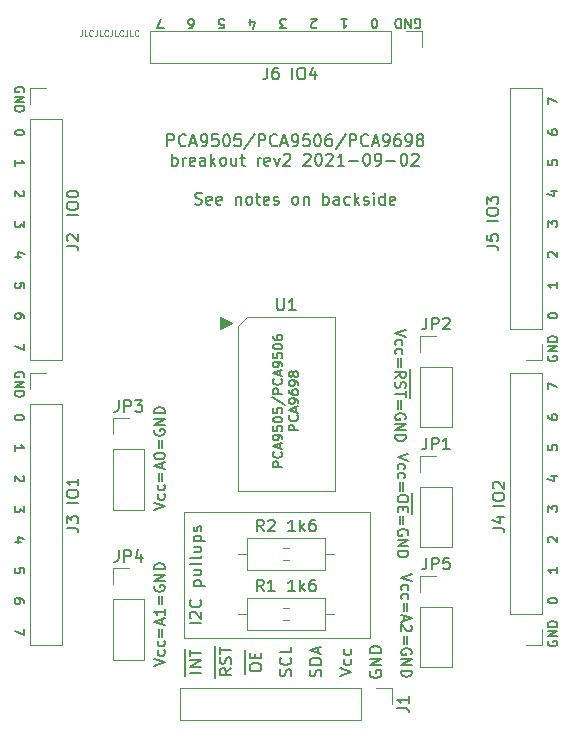
<source format=gbr>
%TF.GenerationSoftware,KiCad,Pcbnew,5.1.10*%
%TF.CreationDate,2021-09-02T21:39:33+02:00*%
%TF.ProjectId,pca9505-breakout.noqfn,70636139-3530-4352-9d62-7265616b6f75,rev?*%
%TF.SameCoordinates,Original*%
%TF.FileFunction,Legend,Top*%
%TF.FilePolarity,Positive*%
%FSLAX46Y46*%
G04 Gerber Fmt 4.6, Leading zero omitted, Abs format (unit mm)*
G04 Created by KiCad (PCBNEW 5.1.10) date 2021-09-02 21:39:33*
%MOMM*%
%LPD*%
G01*
G04 APERTURE LIST*
%ADD10C,0.100000*%
%ADD11C,0.150000*%
%ADD12C,0.120000*%
%ADD13C,0.200000*%
%ADD14O,1.700000X1.700000*%
%ADD15R,1.700000X1.700000*%
%ADD16C,4.400000*%
%ADD17C,0.700000*%
%ADD18R,1.200000X0.280000*%
%ADD19O,1.600000X1.600000*%
%ADD20C,1.600000*%
G04 APERTURE END LIST*
D10*
X157964476Y-62324490D02*
X157964476Y-62681633D01*
X157940666Y-62753061D01*
X157893047Y-62800680D01*
X157821619Y-62824490D01*
X157774000Y-62824490D01*
X158440666Y-62824490D02*
X158202571Y-62824490D01*
X158202571Y-62324490D01*
X158893047Y-62776871D02*
X158869238Y-62800680D01*
X158797809Y-62824490D01*
X158750190Y-62824490D01*
X158678761Y-62800680D01*
X158631142Y-62753061D01*
X158607333Y-62705442D01*
X158583523Y-62610204D01*
X158583523Y-62538776D01*
X158607333Y-62443538D01*
X158631142Y-62395919D01*
X158678761Y-62348300D01*
X158750190Y-62324490D01*
X158797809Y-62324490D01*
X158869238Y-62348300D01*
X158893047Y-62372109D01*
X159250190Y-62324490D02*
X159250190Y-62681633D01*
X159226380Y-62753061D01*
X159178761Y-62800680D01*
X159107333Y-62824490D01*
X159059714Y-62824490D01*
X159726380Y-62824490D02*
X159488285Y-62824490D01*
X159488285Y-62324490D01*
X160178761Y-62776871D02*
X160154952Y-62800680D01*
X160083523Y-62824490D01*
X160035904Y-62824490D01*
X159964476Y-62800680D01*
X159916857Y-62753061D01*
X159893047Y-62705442D01*
X159869238Y-62610204D01*
X159869238Y-62538776D01*
X159893047Y-62443538D01*
X159916857Y-62395919D01*
X159964476Y-62348300D01*
X160035904Y-62324490D01*
X160083523Y-62324490D01*
X160154952Y-62348300D01*
X160178761Y-62372109D01*
X160535904Y-62324490D02*
X160535904Y-62681633D01*
X160512095Y-62753061D01*
X160464476Y-62800680D01*
X160393047Y-62824490D01*
X160345428Y-62824490D01*
X161012095Y-62824490D02*
X160774000Y-62824490D01*
X160774000Y-62324490D01*
X161464476Y-62776871D02*
X161440666Y-62800680D01*
X161369238Y-62824490D01*
X161321619Y-62824490D01*
X161250190Y-62800680D01*
X161202571Y-62753061D01*
X161178761Y-62705442D01*
X161154952Y-62610204D01*
X161154952Y-62538776D01*
X161178761Y-62443538D01*
X161202571Y-62395919D01*
X161250190Y-62348300D01*
X161321619Y-62324490D01*
X161369238Y-62324490D01*
X161440666Y-62348300D01*
X161464476Y-62372109D01*
X161821619Y-62324490D02*
X161821619Y-62681633D01*
X161797809Y-62753061D01*
X161750190Y-62800680D01*
X161678761Y-62824490D01*
X161631142Y-62824490D01*
X162297809Y-62824490D02*
X162059714Y-62824490D01*
X162059714Y-62324490D01*
X162750190Y-62776871D02*
X162726380Y-62800680D01*
X162654952Y-62824490D01*
X162607333Y-62824490D01*
X162535904Y-62800680D01*
X162488285Y-62753061D01*
X162464476Y-62705442D01*
X162440666Y-62610204D01*
X162440666Y-62538776D01*
X162464476Y-62443538D01*
X162488285Y-62395919D01*
X162535904Y-62348300D01*
X162607333Y-62324490D01*
X162654952Y-62324490D01*
X162726380Y-62348300D01*
X162750190Y-62372109D01*
D11*
X165212476Y-72145380D02*
X165212476Y-71145380D01*
X165593428Y-71145380D01*
X165688666Y-71193000D01*
X165736285Y-71240619D01*
X165783904Y-71335857D01*
X165783904Y-71478714D01*
X165736285Y-71573952D01*
X165688666Y-71621571D01*
X165593428Y-71669190D01*
X165212476Y-71669190D01*
X166783904Y-72050142D02*
X166736285Y-72097761D01*
X166593428Y-72145380D01*
X166498190Y-72145380D01*
X166355333Y-72097761D01*
X166260095Y-72002523D01*
X166212476Y-71907285D01*
X166164857Y-71716809D01*
X166164857Y-71573952D01*
X166212476Y-71383476D01*
X166260095Y-71288238D01*
X166355333Y-71193000D01*
X166498190Y-71145380D01*
X166593428Y-71145380D01*
X166736285Y-71193000D01*
X166783904Y-71240619D01*
X167164857Y-71859666D02*
X167641047Y-71859666D01*
X167069619Y-72145380D02*
X167402952Y-71145380D01*
X167736285Y-72145380D01*
X168117238Y-72145380D02*
X168307714Y-72145380D01*
X168402952Y-72097761D01*
X168450571Y-72050142D01*
X168545809Y-71907285D01*
X168593428Y-71716809D01*
X168593428Y-71335857D01*
X168545809Y-71240619D01*
X168498190Y-71193000D01*
X168402952Y-71145380D01*
X168212476Y-71145380D01*
X168117238Y-71193000D01*
X168069619Y-71240619D01*
X168022000Y-71335857D01*
X168022000Y-71573952D01*
X168069619Y-71669190D01*
X168117238Y-71716809D01*
X168212476Y-71764428D01*
X168402952Y-71764428D01*
X168498190Y-71716809D01*
X168545809Y-71669190D01*
X168593428Y-71573952D01*
X169498190Y-71145380D02*
X169022000Y-71145380D01*
X168974380Y-71621571D01*
X169022000Y-71573952D01*
X169117238Y-71526333D01*
X169355333Y-71526333D01*
X169450571Y-71573952D01*
X169498190Y-71621571D01*
X169545809Y-71716809D01*
X169545809Y-71954904D01*
X169498190Y-72050142D01*
X169450571Y-72097761D01*
X169355333Y-72145380D01*
X169117238Y-72145380D01*
X169022000Y-72097761D01*
X168974380Y-72050142D01*
X170164857Y-71145380D02*
X170260095Y-71145380D01*
X170355333Y-71193000D01*
X170402952Y-71240619D01*
X170450571Y-71335857D01*
X170498190Y-71526333D01*
X170498190Y-71764428D01*
X170450571Y-71954904D01*
X170402952Y-72050142D01*
X170355333Y-72097761D01*
X170260095Y-72145380D01*
X170164857Y-72145380D01*
X170069619Y-72097761D01*
X170022000Y-72050142D01*
X169974380Y-71954904D01*
X169926761Y-71764428D01*
X169926761Y-71526333D01*
X169974380Y-71335857D01*
X170022000Y-71240619D01*
X170069619Y-71193000D01*
X170164857Y-71145380D01*
X171402952Y-71145380D02*
X170926761Y-71145380D01*
X170879142Y-71621571D01*
X170926761Y-71573952D01*
X171022000Y-71526333D01*
X171260095Y-71526333D01*
X171355333Y-71573952D01*
X171402952Y-71621571D01*
X171450571Y-71716809D01*
X171450571Y-71954904D01*
X171402952Y-72050142D01*
X171355333Y-72097761D01*
X171260095Y-72145380D01*
X171022000Y-72145380D01*
X170926761Y-72097761D01*
X170879142Y-72050142D01*
X172593428Y-71097761D02*
X171736285Y-72383476D01*
X172926761Y-72145380D02*
X172926761Y-71145380D01*
X173307714Y-71145380D01*
X173402952Y-71193000D01*
X173450571Y-71240619D01*
X173498190Y-71335857D01*
X173498190Y-71478714D01*
X173450571Y-71573952D01*
X173402952Y-71621571D01*
X173307714Y-71669190D01*
X172926761Y-71669190D01*
X174498190Y-72050142D02*
X174450571Y-72097761D01*
X174307714Y-72145380D01*
X174212476Y-72145380D01*
X174069619Y-72097761D01*
X173974380Y-72002523D01*
X173926761Y-71907285D01*
X173879142Y-71716809D01*
X173879142Y-71573952D01*
X173926761Y-71383476D01*
X173974380Y-71288238D01*
X174069619Y-71193000D01*
X174212476Y-71145380D01*
X174307714Y-71145380D01*
X174450571Y-71193000D01*
X174498190Y-71240619D01*
X174879142Y-71859666D02*
X175355333Y-71859666D01*
X174783904Y-72145380D02*
X175117238Y-71145380D01*
X175450571Y-72145380D01*
X175831523Y-72145380D02*
X176022000Y-72145380D01*
X176117238Y-72097761D01*
X176164857Y-72050142D01*
X176260095Y-71907285D01*
X176307714Y-71716809D01*
X176307714Y-71335857D01*
X176260095Y-71240619D01*
X176212476Y-71193000D01*
X176117238Y-71145380D01*
X175926761Y-71145380D01*
X175831523Y-71193000D01*
X175783904Y-71240619D01*
X175736285Y-71335857D01*
X175736285Y-71573952D01*
X175783904Y-71669190D01*
X175831523Y-71716809D01*
X175926761Y-71764428D01*
X176117238Y-71764428D01*
X176212476Y-71716809D01*
X176260095Y-71669190D01*
X176307714Y-71573952D01*
X177212476Y-71145380D02*
X176736285Y-71145380D01*
X176688666Y-71621571D01*
X176736285Y-71573952D01*
X176831523Y-71526333D01*
X177069619Y-71526333D01*
X177164857Y-71573952D01*
X177212476Y-71621571D01*
X177260095Y-71716809D01*
X177260095Y-71954904D01*
X177212476Y-72050142D01*
X177164857Y-72097761D01*
X177069619Y-72145380D01*
X176831523Y-72145380D01*
X176736285Y-72097761D01*
X176688666Y-72050142D01*
X177879142Y-71145380D02*
X177974380Y-71145380D01*
X178069619Y-71193000D01*
X178117238Y-71240619D01*
X178164857Y-71335857D01*
X178212476Y-71526333D01*
X178212476Y-71764428D01*
X178164857Y-71954904D01*
X178117238Y-72050142D01*
X178069619Y-72097761D01*
X177974380Y-72145380D01*
X177879142Y-72145380D01*
X177783904Y-72097761D01*
X177736285Y-72050142D01*
X177688666Y-71954904D01*
X177641047Y-71764428D01*
X177641047Y-71526333D01*
X177688666Y-71335857D01*
X177736285Y-71240619D01*
X177783904Y-71193000D01*
X177879142Y-71145380D01*
X179069619Y-71145380D02*
X178879142Y-71145380D01*
X178783904Y-71193000D01*
X178736285Y-71240619D01*
X178641047Y-71383476D01*
X178593428Y-71573952D01*
X178593428Y-71954904D01*
X178641047Y-72050142D01*
X178688666Y-72097761D01*
X178783904Y-72145380D01*
X178974380Y-72145380D01*
X179069619Y-72097761D01*
X179117238Y-72050142D01*
X179164857Y-71954904D01*
X179164857Y-71716809D01*
X179117238Y-71621571D01*
X179069619Y-71573952D01*
X178974380Y-71526333D01*
X178783904Y-71526333D01*
X178688666Y-71573952D01*
X178641047Y-71621571D01*
X178593428Y-71716809D01*
X180307714Y-71097761D02*
X179450571Y-72383476D01*
X180641047Y-72145380D02*
X180641047Y-71145380D01*
X181022000Y-71145380D01*
X181117238Y-71193000D01*
X181164857Y-71240619D01*
X181212476Y-71335857D01*
X181212476Y-71478714D01*
X181164857Y-71573952D01*
X181117238Y-71621571D01*
X181022000Y-71669190D01*
X180641047Y-71669190D01*
X182212476Y-72050142D02*
X182164857Y-72097761D01*
X182022000Y-72145380D01*
X181926761Y-72145380D01*
X181783904Y-72097761D01*
X181688666Y-72002523D01*
X181641047Y-71907285D01*
X181593428Y-71716809D01*
X181593428Y-71573952D01*
X181641047Y-71383476D01*
X181688666Y-71288238D01*
X181783904Y-71193000D01*
X181926761Y-71145380D01*
X182022000Y-71145380D01*
X182164857Y-71193000D01*
X182212476Y-71240619D01*
X182593428Y-71859666D02*
X183069619Y-71859666D01*
X182498190Y-72145380D02*
X182831523Y-71145380D01*
X183164857Y-72145380D01*
X183545809Y-72145380D02*
X183736285Y-72145380D01*
X183831523Y-72097761D01*
X183879142Y-72050142D01*
X183974380Y-71907285D01*
X184022000Y-71716809D01*
X184022000Y-71335857D01*
X183974380Y-71240619D01*
X183926761Y-71193000D01*
X183831523Y-71145380D01*
X183641047Y-71145380D01*
X183545809Y-71193000D01*
X183498190Y-71240619D01*
X183450571Y-71335857D01*
X183450571Y-71573952D01*
X183498190Y-71669190D01*
X183545809Y-71716809D01*
X183641047Y-71764428D01*
X183831523Y-71764428D01*
X183926761Y-71716809D01*
X183974380Y-71669190D01*
X184022000Y-71573952D01*
X184879142Y-71145380D02*
X184688666Y-71145380D01*
X184593428Y-71193000D01*
X184545809Y-71240619D01*
X184450571Y-71383476D01*
X184402952Y-71573952D01*
X184402952Y-71954904D01*
X184450571Y-72050142D01*
X184498190Y-72097761D01*
X184593428Y-72145380D01*
X184783904Y-72145380D01*
X184879142Y-72097761D01*
X184926761Y-72050142D01*
X184974380Y-71954904D01*
X184974380Y-71716809D01*
X184926761Y-71621571D01*
X184879142Y-71573952D01*
X184783904Y-71526333D01*
X184593428Y-71526333D01*
X184498190Y-71573952D01*
X184450571Y-71621571D01*
X184402952Y-71716809D01*
X185450571Y-72145380D02*
X185641047Y-72145380D01*
X185736285Y-72097761D01*
X185783904Y-72050142D01*
X185879142Y-71907285D01*
X185926761Y-71716809D01*
X185926761Y-71335857D01*
X185879142Y-71240619D01*
X185831523Y-71193000D01*
X185736285Y-71145380D01*
X185545809Y-71145380D01*
X185450571Y-71193000D01*
X185402952Y-71240619D01*
X185355333Y-71335857D01*
X185355333Y-71573952D01*
X185402952Y-71669190D01*
X185450571Y-71716809D01*
X185545809Y-71764428D01*
X185736285Y-71764428D01*
X185831523Y-71716809D01*
X185879142Y-71669190D01*
X185926761Y-71573952D01*
X186498190Y-71573952D02*
X186402952Y-71526333D01*
X186355333Y-71478714D01*
X186307714Y-71383476D01*
X186307714Y-71335857D01*
X186355333Y-71240619D01*
X186402952Y-71193000D01*
X186498190Y-71145380D01*
X186688666Y-71145380D01*
X186783904Y-71193000D01*
X186831523Y-71240619D01*
X186879142Y-71335857D01*
X186879142Y-71383476D01*
X186831523Y-71478714D01*
X186783904Y-71526333D01*
X186688666Y-71573952D01*
X186498190Y-71573952D01*
X186402952Y-71621571D01*
X186355333Y-71669190D01*
X186307714Y-71764428D01*
X186307714Y-71954904D01*
X186355333Y-72050142D01*
X186402952Y-72097761D01*
X186498190Y-72145380D01*
X186688666Y-72145380D01*
X186783904Y-72097761D01*
X186831523Y-72050142D01*
X186879142Y-71954904D01*
X186879142Y-71764428D01*
X186831523Y-71669190D01*
X186783904Y-71621571D01*
X186688666Y-71573952D01*
X165617238Y-73795380D02*
X165617238Y-72795380D01*
X165617238Y-73176333D02*
X165712476Y-73128714D01*
X165902952Y-73128714D01*
X165998190Y-73176333D01*
X166045809Y-73223952D01*
X166093428Y-73319190D01*
X166093428Y-73604904D01*
X166045809Y-73700142D01*
X165998190Y-73747761D01*
X165902952Y-73795380D01*
X165712476Y-73795380D01*
X165617238Y-73747761D01*
X166522000Y-73795380D02*
X166522000Y-73128714D01*
X166522000Y-73319190D02*
X166569619Y-73223952D01*
X166617238Y-73176333D01*
X166712476Y-73128714D01*
X166807714Y-73128714D01*
X167522000Y-73747761D02*
X167426761Y-73795380D01*
X167236285Y-73795380D01*
X167141047Y-73747761D01*
X167093428Y-73652523D01*
X167093428Y-73271571D01*
X167141047Y-73176333D01*
X167236285Y-73128714D01*
X167426761Y-73128714D01*
X167522000Y-73176333D01*
X167569619Y-73271571D01*
X167569619Y-73366809D01*
X167093428Y-73462047D01*
X168426761Y-73795380D02*
X168426761Y-73271571D01*
X168379142Y-73176333D01*
X168283904Y-73128714D01*
X168093428Y-73128714D01*
X167998190Y-73176333D01*
X168426761Y-73747761D02*
X168331523Y-73795380D01*
X168093428Y-73795380D01*
X167998190Y-73747761D01*
X167950571Y-73652523D01*
X167950571Y-73557285D01*
X167998190Y-73462047D01*
X168093428Y-73414428D01*
X168331523Y-73414428D01*
X168426761Y-73366809D01*
X168902952Y-73795380D02*
X168902952Y-72795380D01*
X168998190Y-73414428D02*
X169283904Y-73795380D01*
X169283904Y-73128714D02*
X168902952Y-73509666D01*
X169855333Y-73795380D02*
X169760095Y-73747761D01*
X169712476Y-73700142D01*
X169664857Y-73604904D01*
X169664857Y-73319190D01*
X169712476Y-73223952D01*
X169760095Y-73176333D01*
X169855333Y-73128714D01*
X169998190Y-73128714D01*
X170093428Y-73176333D01*
X170141047Y-73223952D01*
X170188666Y-73319190D01*
X170188666Y-73604904D01*
X170141047Y-73700142D01*
X170093428Y-73747761D01*
X169998190Y-73795380D01*
X169855333Y-73795380D01*
X171045809Y-73128714D02*
X171045809Y-73795380D01*
X170617238Y-73128714D02*
X170617238Y-73652523D01*
X170664857Y-73747761D01*
X170760095Y-73795380D01*
X170902952Y-73795380D01*
X170998190Y-73747761D01*
X171045809Y-73700142D01*
X171379142Y-73128714D02*
X171760095Y-73128714D01*
X171522000Y-72795380D02*
X171522000Y-73652523D01*
X171569619Y-73747761D01*
X171664857Y-73795380D01*
X171760095Y-73795380D01*
X172855333Y-73795380D02*
X172855333Y-73128714D01*
X172855333Y-73319190D02*
X172902952Y-73223952D01*
X172950571Y-73176333D01*
X173045809Y-73128714D01*
X173141047Y-73128714D01*
X173855333Y-73747761D02*
X173760095Y-73795380D01*
X173569619Y-73795380D01*
X173474380Y-73747761D01*
X173426761Y-73652523D01*
X173426761Y-73271571D01*
X173474380Y-73176333D01*
X173569619Y-73128714D01*
X173760095Y-73128714D01*
X173855333Y-73176333D01*
X173902952Y-73271571D01*
X173902952Y-73366809D01*
X173426761Y-73462047D01*
X174236285Y-73128714D02*
X174474380Y-73795380D01*
X174712476Y-73128714D01*
X175045809Y-72890619D02*
X175093428Y-72843000D01*
X175188666Y-72795380D01*
X175426761Y-72795380D01*
X175522000Y-72843000D01*
X175569619Y-72890619D01*
X175617238Y-72985857D01*
X175617238Y-73081095D01*
X175569619Y-73223952D01*
X174998190Y-73795380D01*
X175617238Y-73795380D01*
X176760095Y-72890619D02*
X176807714Y-72843000D01*
X176902952Y-72795380D01*
X177141047Y-72795380D01*
X177236285Y-72843000D01*
X177283904Y-72890619D01*
X177331523Y-72985857D01*
X177331523Y-73081095D01*
X177283904Y-73223952D01*
X176712476Y-73795380D01*
X177331523Y-73795380D01*
X177950571Y-72795380D02*
X178045809Y-72795380D01*
X178141047Y-72843000D01*
X178188666Y-72890619D01*
X178236285Y-72985857D01*
X178283904Y-73176333D01*
X178283904Y-73414428D01*
X178236285Y-73604904D01*
X178188666Y-73700142D01*
X178141047Y-73747761D01*
X178045809Y-73795380D01*
X177950571Y-73795380D01*
X177855333Y-73747761D01*
X177807714Y-73700142D01*
X177760095Y-73604904D01*
X177712476Y-73414428D01*
X177712476Y-73176333D01*
X177760095Y-72985857D01*
X177807714Y-72890619D01*
X177855333Y-72843000D01*
X177950571Y-72795380D01*
X178664857Y-72890619D02*
X178712476Y-72843000D01*
X178807714Y-72795380D01*
X179045809Y-72795380D01*
X179141047Y-72843000D01*
X179188666Y-72890619D01*
X179236285Y-72985857D01*
X179236285Y-73081095D01*
X179188666Y-73223952D01*
X178617238Y-73795380D01*
X179236285Y-73795380D01*
X180188666Y-73795380D02*
X179617238Y-73795380D01*
X179902952Y-73795380D02*
X179902952Y-72795380D01*
X179807714Y-72938238D01*
X179712476Y-73033476D01*
X179617238Y-73081095D01*
X180617238Y-73414428D02*
X181379142Y-73414428D01*
X182045809Y-72795380D02*
X182141047Y-72795380D01*
X182236285Y-72843000D01*
X182283904Y-72890619D01*
X182331523Y-72985857D01*
X182379142Y-73176333D01*
X182379142Y-73414428D01*
X182331523Y-73604904D01*
X182283904Y-73700142D01*
X182236285Y-73747761D01*
X182141047Y-73795380D01*
X182045809Y-73795380D01*
X181950571Y-73747761D01*
X181902952Y-73700142D01*
X181855333Y-73604904D01*
X181807714Y-73414428D01*
X181807714Y-73176333D01*
X181855333Y-72985857D01*
X181902952Y-72890619D01*
X181950571Y-72843000D01*
X182045809Y-72795380D01*
X182855333Y-73795380D02*
X183045809Y-73795380D01*
X183141047Y-73747761D01*
X183188666Y-73700142D01*
X183283904Y-73557285D01*
X183331523Y-73366809D01*
X183331523Y-72985857D01*
X183283904Y-72890619D01*
X183236285Y-72843000D01*
X183141047Y-72795380D01*
X182950571Y-72795380D01*
X182855333Y-72843000D01*
X182807714Y-72890619D01*
X182760095Y-72985857D01*
X182760095Y-73223952D01*
X182807714Y-73319190D01*
X182855333Y-73366809D01*
X182950571Y-73414428D01*
X183141047Y-73414428D01*
X183236285Y-73366809D01*
X183283904Y-73319190D01*
X183331523Y-73223952D01*
X183760095Y-73414428D02*
X184522000Y-73414428D01*
X185188666Y-72795380D02*
X185283904Y-72795380D01*
X185379142Y-72843000D01*
X185426761Y-72890619D01*
X185474380Y-72985857D01*
X185522000Y-73176333D01*
X185522000Y-73414428D01*
X185474380Y-73604904D01*
X185426761Y-73700142D01*
X185379142Y-73747761D01*
X185283904Y-73795380D01*
X185188666Y-73795380D01*
X185093428Y-73747761D01*
X185045809Y-73700142D01*
X184998190Y-73604904D01*
X184950571Y-73414428D01*
X184950571Y-73176333D01*
X184998190Y-72985857D01*
X185045809Y-72890619D01*
X185093428Y-72843000D01*
X185188666Y-72795380D01*
X185902952Y-72890619D02*
X185950571Y-72843000D01*
X186045809Y-72795380D01*
X186283904Y-72795380D01*
X186379142Y-72843000D01*
X186426761Y-72890619D01*
X186474380Y-72985857D01*
X186474380Y-73081095D01*
X186426761Y-73223952D01*
X185855333Y-73795380D01*
X186474380Y-73795380D01*
X167545809Y-77047761D02*
X167688666Y-77095380D01*
X167926761Y-77095380D01*
X168022000Y-77047761D01*
X168069619Y-77000142D01*
X168117238Y-76904904D01*
X168117238Y-76809666D01*
X168069619Y-76714428D01*
X168022000Y-76666809D01*
X167926761Y-76619190D01*
X167736285Y-76571571D01*
X167641047Y-76523952D01*
X167593428Y-76476333D01*
X167545809Y-76381095D01*
X167545809Y-76285857D01*
X167593428Y-76190619D01*
X167641047Y-76143000D01*
X167736285Y-76095380D01*
X167974380Y-76095380D01*
X168117238Y-76143000D01*
X168926761Y-77047761D02*
X168831523Y-77095380D01*
X168641047Y-77095380D01*
X168545809Y-77047761D01*
X168498190Y-76952523D01*
X168498190Y-76571571D01*
X168545809Y-76476333D01*
X168641047Y-76428714D01*
X168831523Y-76428714D01*
X168926761Y-76476333D01*
X168974380Y-76571571D01*
X168974380Y-76666809D01*
X168498190Y-76762047D01*
X169783904Y-77047761D02*
X169688666Y-77095380D01*
X169498190Y-77095380D01*
X169402952Y-77047761D01*
X169355333Y-76952523D01*
X169355333Y-76571571D01*
X169402952Y-76476333D01*
X169498190Y-76428714D01*
X169688666Y-76428714D01*
X169783904Y-76476333D01*
X169831523Y-76571571D01*
X169831523Y-76666809D01*
X169355333Y-76762047D01*
X171022000Y-76428714D02*
X171022000Y-77095380D01*
X171022000Y-76523952D02*
X171069619Y-76476333D01*
X171164857Y-76428714D01*
X171307714Y-76428714D01*
X171402952Y-76476333D01*
X171450571Y-76571571D01*
X171450571Y-77095380D01*
X172069619Y-77095380D02*
X171974380Y-77047761D01*
X171926761Y-77000142D01*
X171879142Y-76904904D01*
X171879142Y-76619190D01*
X171926761Y-76523952D01*
X171974380Y-76476333D01*
X172069619Y-76428714D01*
X172212476Y-76428714D01*
X172307714Y-76476333D01*
X172355333Y-76523952D01*
X172402952Y-76619190D01*
X172402952Y-76904904D01*
X172355333Y-77000142D01*
X172307714Y-77047761D01*
X172212476Y-77095380D01*
X172069619Y-77095380D01*
X172688666Y-76428714D02*
X173069619Y-76428714D01*
X172831523Y-76095380D02*
X172831523Y-76952523D01*
X172879142Y-77047761D01*
X172974380Y-77095380D01*
X173069619Y-77095380D01*
X173783904Y-77047761D02*
X173688666Y-77095380D01*
X173498190Y-77095380D01*
X173402952Y-77047761D01*
X173355333Y-76952523D01*
X173355333Y-76571571D01*
X173402952Y-76476333D01*
X173498190Y-76428714D01*
X173688666Y-76428714D01*
X173783904Y-76476333D01*
X173831523Y-76571571D01*
X173831523Y-76666809D01*
X173355333Y-76762047D01*
X174212476Y-77047761D02*
X174307714Y-77095380D01*
X174498190Y-77095380D01*
X174593428Y-77047761D01*
X174641047Y-76952523D01*
X174641047Y-76904904D01*
X174593428Y-76809666D01*
X174498190Y-76762047D01*
X174355333Y-76762047D01*
X174260095Y-76714428D01*
X174212476Y-76619190D01*
X174212476Y-76571571D01*
X174260095Y-76476333D01*
X174355333Y-76428714D01*
X174498190Y-76428714D01*
X174593428Y-76476333D01*
X175974380Y-77095380D02*
X175879142Y-77047761D01*
X175831523Y-77000142D01*
X175783904Y-76904904D01*
X175783904Y-76619190D01*
X175831523Y-76523952D01*
X175879142Y-76476333D01*
X175974380Y-76428714D01*
X176117238Y-76428714D01*
X176212476Y-76476333D01*
X176260095Y-76523952D01*
X176307714Y-76619190D01*
X176307714Y-76904904D01*
X176260095Y-77000142D01*
X176212476Y-77047761D01*
X176117238Y-77095380D01*
X175974380Y-77095380D01*
X176736285Y-76428714D02*
X176736285Y-77095380D01*
X176736285Y-76523952D02*
X176783904Y-76476333D01*
X176879142Y-76428714D01*
X177022000Y-76428714D01*
X177117238Y-76476333D01*
X177164857Y-76571571D01*
X177164857Y-77095380D01*
X178402952Y-77095380D02*
X178402952Y-76095380D01*
X178402952Y-76476333D02*
X178498190Y-76428714D01*
X178688666Y-76428714D01*
X178783904Y-76476333D01*
X178831523Y-76523952D01*
X178879142Y-76619190D01*
X178879142Y-76904904D01*
X178831523Y-77000142D01*
X178783904Y-77047761D01*
X178688666Y-77095380D01*
X178498190Y-77095380D01*
X178402952Y-77047761D01*
X179736285Y-77095380D02*
X179736285Y-76571571D01*
X179688666Y-76476333D01*
X179593428Y-76428714D01*
X179402952Y-76428714D01*
X179307714Y-76476333D01*
X179736285Y-77047761D02*
X179641047Y-77095380D01*
X179402952Y-77095380D01*
X179307714Y-77047761D01*
X179260095Y-76952523D01*
X179260095Y-76857285D01*
X179307714Y-76762047D01*
X179402952Y-76714428D01*
X179641047Y-76714428D01*
X179736285Y-76666809D01*
X180641047Y-77047761D02*
X180545809Y-77095380D01*
X180355333Y-77095380D01*
X180260095Y-77047761D01*
X180212476Y-77000142D01*
X180164857Y-76904904D01*
X180164857Y-76619190D01*
X180212476Y-76523952D01*
X180260095Y-76476333D01*
X180355333Y-76428714D01*
X180545809Y-76428714D01*
X180641047Y-76476333D01*
X181069619Y-77095380D02*
X181069619Y-76095380D01*
X181164857Y-76714428D02*
X181450571Y-77095380D01*
X181450571Y-76428714D02*
X181069619Y-76809666D01*
X181831523Y-77047761D02*
X181926761Y-77095380D01*
X182117238Y-77095380D01*
X182212476Y-77047761D01*
X182260095Y-76952523D01*
X182260095Y-76904904D01*
X182212476Y-76809666D01*
X182117238Y-76762047D01*
X181974380Y-76762047D01*
X181879142Y-76714428D01*
X181831523Y-76619190D01*
X181831523Y-76571571D01*
X181879142Y-76476333D01*
X181974380Y-76428714D01*
X182117238Y-76428714D01*
X182212476Y-76476333D01*
X182688666Y-77095380D02*
X182688666Y-76428714D01*
X182688666Y-76095380D02*
X182641047Y-76143000D01*
X182688666Y-76190619D01*
X182736285Y-76143000D01*
X182688666Y-76095380D01*
X182688666Y-76190619D01*
X183593428Y-77095380D02*
X183593428Y-76095380D01*
X183593428Y-77047761D02*
X183498190Y-77095380D01*
X183307714Y-77095380D01*
X183212476Y-77047761D01*
X183164857Y-77000142D01*
X183117238Y-76904904D01*
X183117238Y-76619190D01*
X183164857Y-76523952D01*
X183212476Y-76476333D01*
X183307714Y-76428714D01*
X183498190Y-76428714D01*
X183593428Y-76476333D01*
X184450571Y-77047761D02*
X184355333Y-77095380D01*
X184164857Y-77095380D01*
X184069619Y-77047761D01*
X184022000Y-76952523D01*
X184022000Y-76571571D01*
X184069619Y-76476333D01*
X184164857Y-76428714D01*
X184355333Y-76428714D01*
X184450571Y-76476333D01*
X184498190Y-76571571D01*
X184498190Y-76666809D01*
X184022000Y-76762047D01*
D12*
X182372000Y-113792000D02*
X166624000Y-113792000D01*
X182372000Y-103124000D02*
X182372000Y-113792000D01*
X166624000Y-103124000D02*
X182372000Y-103124000D01*
X166624000Y-113792000D02*
X166624000Y-103124000D01*
D11*
X168092380Y-112553238D02*
X167092380Y-112553238D01*
X167187619Y-112124666D02*
X167140000Y-112077047D01*
X167092380Y-111981809D01*
X167092380Y-111743714D01*
X167140000Y-111648476D01*
X167187619Y-111600857D01*
X167282857Y-111553238D01*
X167378095Y-111553238D01*
X167520952Y-111600857D01*
X168092380Y-112172285D01*
X168092380Y-111553238D01*
X167997142Y-110553238D02*
X168044761Y-110600857D01*
X168092380Y-110743714D01*
X168092380Y-110838952D01*
X168044761Y-110981809D01*
X167949523Y-111077047D01*
X167854285Y-111124666D01*
X167663809Y-111172285D01*
X167520952Y-111172285D01*
X167330476Y-111124666D01*
X167235238Y-111077047D01*
X167140000Y-110981809D01*
X167092380Y-110838952D01*
X167092380Y-110743714D01*
X167140000Y-110600857D01*
X167187619Y-110553238D01*
X167425714Y-109362761D02*
X168425714Y-109362761D01*
X167473333Y-109362761D02*
X167425714Y-109267523D01*
X167425714Y-109077047D01*
X167473333Y-108981809D01*
X167520952Y-108934190D01*
X167616190Y-108886571D01*
X167901904Y-108886571D01*
X167997142Y-108934190D01*
X168044761Y-108981809D01*
X168092380Y-109077047D01*
X168092380Y-109267523D01*
X168044761Y-109362761D01*
X167425714Y-108029428D02*
X168092380Y-108029428D01*
X167425714Y-108458000D02*
X167949523Y-108458000D01*
X168044761Y-108410380D01*
X168092380Y-108315142D01*
X168092380Y-108172285D01*
X168044761Y-108077047D01*
X167997142Y-108029428D01*
X168092380Y-107410380D02*
X168044761Y-107505619D01*
X167949523Y-107553238D01*
X167092380Y-107553238D01*
X168092380Y-106886571D02*
X168044761Y-106981809D01*
X167949523Y-107029428D01*
X167092380Y-107029428D01*
X167425714Y-106077047D02*
X168092380Y-106077047D01*
X167425714Y-106505619D02*
X167949523Y-106505619D01*
X168044761Y-106458000D01*
X168092380Y-106362761D01*
X168092380Y-106219904D01*
X168044761Y-106124666D01*
X167997142Y-106077047D01*
X167425714Y-105600857D02*
X168425714Y-105600857D01*
X167473333Y-105600857D02*
X167425714Y-105505619D01*
X167425714Y-105315142D01*
X167473333Y-105219904D01*
X167520952Y-105172285D01*
X167616190Y-105124666D01*
X167901904Y-105124666D01*
X167997142Y-105172285D01*
X168044761Y-105219904D01*
X168092380Y-105315142D01*
X168092380Y-105505619D01*
X168044761Y-105600857D01*
X168044761Y-104743714D02*
X168092380Y-104648476D01*
X168092380Y-104458000D01*
X168044761Y-104362761D01*
X167949523Y-104315142D01*
X167901904Y-104315142D01*
X167806666Y-104362761D01*
X167759047Y-104458000D01*
X167759047Y-104600857D01*
X167711428Y-104696095D01*
X167616190Y-104743714D01*
X167568571Y-104743714D01*
X167473333Y-104696095D01*
X167425714Y-104600857D01*
X167425714Y-104458000D01*
X167473333Y-104362761D01*
D10*
G36*
X170688000Y-87122000D02*
G01*
X169672000Y-87630000D01*
X169672000Y-86614000D01*
X170688000Y-87122000D01*
G37*
X170688000Y-87122000D02*
X169672000Y-87630000D01*
X169672000Y-86614000D01*
X170688000Y-87122000D01*
D11*
X174946904Y-99287904D02*
X174146904Y-99287904D01*
X174146904Y-98983142D01*
X174185000Y-98906952D01*
X174223095Y-98868857D01*
X174299285Y-98830761D01*
X174413571Y-98830761D01*
X174489761Y-98868857D01*
X174527857Y-98906952D01*
X174565952Y-98983142D01*
X174565952Y-99287904D01*
X174870714Y-98030761D02*
X174908809Y-98068857D01*
X174946904Y-98183142D01*
X174946904Y-98259333D01*
X174908809Y-98373619D01*
X174832619Y-98449809D01*
X174756428Y-98487904D01*
X174604047Y-98526000D01*
X174489761Y-98526000D01*
X174337380Y-98487904D01*
X174261190Y-98449809D01*
X174185000Y-98373619D01*
X174146904Y-98259333D01*
X174146904Y-98183142D01*
X174185000Y-98068857D01*
X174223095Y-98030761D01*
X174718333Y-97726000D02*
X174718333Y-97345047D01*
X174946904Y-97802190D02*
X174146904Y-97535523D01*
X174946904Y-97268857D01*
X174946904Y-96964095D02*
X174946904Y-96811714D01*
X174908809Y-96735523D01*
X174870714Y-96697428D01*
X174756428Y-96621238D01*
X174604047Y-96583142D01*
X174299285Y-96583142D01*
X174223095Y-96621238D01*
X174185000Y-96659333D01*
X174146904Y-96735523D01*
X174146904Y-96887904D01*
X174185000Y-96964095D01*
X174223095Y-97002190D01*
X174299285Y-97040285D01*
X174489761Y-97040285D01*
X174565952Y-97002190D01*
X174604047Y-96964095D01*
X174642142Y-96887904D01*
X174642142Y-96735523D01*
X174604047Y-96659333D01*
X174565952Y-96621238D01*
X174489761Y-96583142D01*
X174146904Y-95859333D02*
X174146904Y-96240285D01*
X174527857Y-96278380D01*
X174489761Y-96240285D01*
X174451666Y-96164095D01*
X174451666Y-95973619D01*
X174489761Y-95897428D01*
X174527857Y-95859333D01*
X174604047Y-95821238D01*
X174794523Y-95821238D01*
X174870714Y-95859333D01*
X174908809Y-95897428D01*
X174946904Y-95973619D01*
X174946904Y-96164095D01*
X174908809Y-96240285D01*
X174870714Y-96278380D01*
X174146904Y-95326000D02*
X174146904Y-95249809D01*
X174185000Y-95173619D01*
X174223095Y-95135523D01*
X174299285Y-95097428D01*
X174451666Y-95059333D01*
X174642142Y-95059333D01*
X174794523Y-95097428D01*
X174870714Y-95135523D01*
X174908809Y-95173619D01*
X174946904Y-95249809D01*
X174946904Y-95326000D01*
X174908809Y-95402190D01*
X174870714Y-95440285D01*
X174794523Y-95478380D01*
X174642142Y-95516476D01*
X174451666Y-95516476D01*
X174299285Y-95478380D01*
X174223095Y-95440285D01*
X174185000Y-95402190D01*
X174146904Y-95326000D01*
X174146904Y-94335523D02*
X174146904Y-94716476D01*
X174527857Y-94754571D01*
X174489761Y-94716476D01*
X174451666Y-94640285D01*
X174451666Y-94449809D01*
X174489761Y-94373619D01*
X174527857Y-94335523D01*
X174604047Y-94297428D01*
X174794523Y-94297428D01*
X174870714Y-94335523D01*
X174908809Y-94373619D01*
X174946904Y-94449809D01*
X174946904Y-94640285D01*
X174908809Y-94716476D01*
X174870714Y-94754571D01*
X174108809Y-93383142D02*
X175137380Y-94068857D01*
X174946904Y-93116476D02*
X174146904Y-93116476D01*
X174146904Y-92811714D01*
X174185000Y-92735523D01*
X174223095Y-92697428D01*
X174299285Y-92659333D01*
X174413571Y-92659333D01*
X174489761Y-92697428D01*
X174527857Y-92735523D01*
X174565952Y-92811714D01*
X174565952Y-93116476D01*
X174870714Y-91859333D02*
X174908809Y-91897428D01*
X174946904Y-92011714D01*
X174946904Y-92087904D01*
X174908809Y-92202190D01*
X174832619Y-92278380D01*
X174756428Y-92316476D01*
X174604047Y-92354571D01*
X174489761Y-92354571D01*
X174337380Y-92316476D01*
X174261190Y-92278380D01*
X174185000Y-92202190D01*
X174146904Y-92087904D01*
X174146904Y-92011714D01*
X174185000Y-91897428D01*
X174223095Y-91859333D01*
X174718333Y-91554571D02*
X174718333Y-91173619D01*
X174946904Y-91630761D02*
X174146904Y-91364095D01*
X174946904Y-91097428D01*
X174946904Y-90792666D02*
X174946904Y-90640285D01*
X174908809Y-90564095D01*
X174870714Y-90526000D01*
X174756428Y-90449809D01*
X174604047Y-90411714D01*
X174299285Y-90411714D01*
X174223095Y-90449809D01*
X174185000Y-90487904D01*
X174146904Y-90564095D01*
X174146904Y-90716476D01*
X174185000Y-90792666D01*
X174223095Y-90830761D01*
X174299285Y-90868857D01*
X174489761Y-90868857D01*
X174565952Y-90830761D01*
X174604047Y-90792666D01*
X174642142Y-90716476D01*
X174642142Y-90564095D01*
X174604047Y-90487904D01*
X174565952Y-90449809D01*
X174489761Y-90411714D01*
X174146904Y-89687904D02*
X174146904Y-90068857D01*
X174527857Y-90106952D01*
X174489761Y-90068857D01*
X174451666Y-89992666D01*
X174451666Y-89802190D01*
X174489761Y-89726000D01*
X174527857Y-89687904D01*
X174604047Y-89649809D01*
X174794523Y-89649809D01*
X174870714Y-89687904D01*
X174908809Y-89726000D01*
X174946904Y-89802190D01*
X174946904Y-89992666D01*
X174908809Y-90068857D01*
X174870714Y-90106952D01*
X174146904Y-89154571D02*
X174146904Y-89078380D01*
X174185000Y-89002190D01*
X174223095Y-88964095D01*
X174299285Y-88926000D01*
X174451666Y-88887904D01*
X174642142Y-88887904D01*
X174794523Y-88926000D01*
X174870714Y-88964095D01*
X174908809Y-89002190D01*
X174946904Y-89078380D01*
X174946904Y-89154571D01*
X174908809Y-89230761D01*
X174870714Y-89268857D01*
X174794523Y-89306952D01*
X174642142Y-89345047D01*
X174451666Y-89345047D01*
X174299285Y-89306952D01*
X174223095Y-89268857D01*
X174185000Y-89230761D01*
X174146904Y-89154571D01*
X174146904Y-88202190D02*
X174146904Y-88354571D01*
X174185000Y-88430761D01*
X174223095Y-88468857D01*
X174337380Y-88545047D01*
X174489761Y-88583142D01*
X174794523Y-88583142D01*
X174870714Y-88545047D01*
X174908809Y-88506952D01*
X174946904Y-88430761D01*
X174946904Y-88278380D01*
X174908809Y-88202190D01*
X174870714Y-88164095D01*
X174794523Y-88126000D01*
X174604047Y-88126000D01*
X174527857Y-88164095D01*
X174489761Y-88202190D01*
X174451666Y-88278380D01*
X174451666Y-88430761D01*
X174489761Y-88506952D01*
X174527857Y-88545047D01*
X174604047Y-88583142D01*
X176296904Y-96202190D02*
X175496904Y-96202190D01*
X175496904Y-95897428D01*
X175535000Y-95821238D01*
X175573095Y-95783142D01*
X175649285Y-95745047D01*
X175763571Y-95745047D01*
X175839761Y-95783142D01*
X175877857Y-95821238D01*
X175915952Y-95897428D01*
X175915952Y-96202190D01*
X176220714Y-94945047D02*
X176258809Y-94983142D01*
X176296904Y-95097428D01*
X176296904Y-95173619D01*
X176258809Y-95287904D01*
X176182619Y-95364095D01*
X176106428Y-95402190D01*
X175954047Y-95440285D01*
X175839761Y-95440285D01*
X175687380Y-95402190D01*
X175611190Y-95364095D01*
X175535000Y-95287904D01*
X175496904Y-95173619D01*
X175496904Y-95097428D01*
X175535000Y-94983142D01*
X175573095Y-94945047D01*
X176068333Y-94640285D02*
X176068333Y-94259333D01*
X176296904Y-94716476D02*
X175496904Y-94449809D01*
X176296904Y-94183142D01*
X176296904Y-93878380D02*
X176296904Y-93726000D01*
X176258809Y-93649809D01*
X176220714Y-93611714D01*
X176106428Y-93535523D01*
X175954047Y-93497428D01*
X175649285Y-93497428D01*
X175573095Y-93535523D01*
X175535000Y-93573619D01*
X175496904Y-93649809D01*
X175496904Y-93802190D01*
X175535000Y-93878380D01*
X175573095Y-93916476D01*
X175649285Y-93954571D01*
X175839761Y-93954571D01*
X175915952Y-93916476D01*
X175954047Y-93878380D01*
X175992142Y-93802190D01*
X175992142Y-93649809D01*
X175954047Y-93573619D01*
X175915952Y-93535523D01*
X175839761Y-93497428D01*
X175496904Y-92811714D02*
X175496904Y-92964095D01*
X175535000Y-93040285D01*
X175573095Y-93078380D01*
X175687380Y-93154571D01*
X175839761Y-93192666D01*
X176144523Y-93192666D01*
X176220714Y-93154571D01*
X176258809Y-93116476D01*
X176296904Y-93040285D01*
X176296904Y-92887904D01*
X176258809Y-92811714D01*
X176220714Y-92773619D01*
X176144523Y-92735523D01*
X175954047Y-92735523D01*
X175877857Y-92773619D01*
X175839761Y-92811714D01*
X175801666Y-92887904D01*
X175801666Y-93040285D01*
X175839761Y-93116476D01*
X175877857Y-93154571D01*
X175954047Y-93192666D01*
X176296904Y-92354571D02*
X176296904Y-92202190D01*
X176258809Y-92126000D01*
X176220714Y-92087904D01*
X176106428Y-92011714D01*
X175954047Y-91973619D01*
X175649285Y-91973619D01*
X175573095Y-92011714D01*
X175535000Y-92049809D01*
X175496904Y-92126000D01*
X175496904Y-92278380D01*
X175535000Y-92354571D01*
X175573095Y-92392666D01*
X175649285Y-92430761D01*
X175839761Y-92430761D01*
X175915952Y-92392666D01*
X175954047Y-92354571D01*
X175992142Y-92278380D01*
X175992142Y-92126000D01*
X175954047Y-92049809D01*
X175915952Y-92011714D01*
X175839761Y-91973619D01*
X175839761Y-91516476D02*
X175801666Y-91592666D01*
X175763571Y-91630761D01*
X175687380Y-91668857D01*
X175649285Y-91668857D01*
X175573095Y-91630761D01*
X175535000Y-91592666D01*
X175496904Y-91516476D01*
X175496904Y-91364095D01*
X175535000Y-91287904D01*
X175573095Y-91249809D01*
X175649285Y-91211714D01*
X175687380Y-91211714D01*
X175763571Y-91249809D01*
X175801666Y-91287904D01*
X175839761Y-91364095D01*
X175839761Y-91516476D01*
X175877857Y-91592666D01*
X175915952Y-91630761D01*
X175992142Y-91668857D01*
X176144523Y-91668857D01*
X176220714Y-91630761D01*
X176258809Y-91592666D01*
X176296904Y-91516476D01*
X176296904Y-91364095D01*
X176258809Y-91287904D01*
X176220714Y-91249809D01*
X176144523Y-91211714D01*
X175992142Y-91211714D01*
X175915952Y-91249809D01*
X175877857Y-91287904D01*
X175839761Y-91364095D01*
X157678380Y-77962000D02*
X156678380Y-77962000D01*
X156678380Y-77295333D02*
X156678380Y-77104857D01*
X156726000Y-77009619D01*
X156821238Y-76914380D01*
X157011714Y-76866761D01*
X157345047Y-76866761D01*
X157535523Y-76914380D01*
X157630761Y-77009619D01*
X157678380Y-77104857D01*
X157678380Y-77295333D01*
X157630761Y-77390571D01*
X157535523Y-77485809D01*
X157345047Y-77533428D01*
X157011714Y-77533428D01*
X156821238Y-77485809D01*
X156726000Y-77390571D01*
X156678380Y-77295333D01*
X156678380Y-76247714D02*
X156678380Y-76152476D01*
X156726000Y-76057238D01*
X156773619Y-76009619D01*
X156868857Y-75962000D01*
X157059333Y-75914380D01*
X157297428Y-75914380D01*
X157487904Y-75962000D01*
X157583142Y-76009619D01*
X157630761Y-76057238D01*
X157678380Y-76152476D01*
X157678380Y-76247714D01*
X157630761Y-76342952D01*
X157583142Y-76390571D01*
X157487904Y-76438190D01*
X157297428Y-76485809D01*
X157059333Y-76485809D01*
X156868857Y-76438190D01*
X156773619Y-76390571D01*
X156726000Y-76342952D01*
X156678380Y-76247714D01*
X157678380Y-102346000D02*
X156678380Y-102346000D01*
X156678380Y-101679333D02*
X156678380Y-101488857D01*
X156726000Y-101393619D01*
X156821238Y-101298380D01*
X157011714Y-101250761D01*
X157345047Y-101250761D01*
X157535523Y-101298380D01*
X157630761Y-101393619D01*
X157678380Y-101488857D01*
X157678380Y-101679333D01*
X157630761Y-101774571D01*
X157535523Y-101869809D01*
X157345047Y-101917428D01*
X157011714Y-101917428D01*
X156821238Y-101869809D01*
X156726000Y-101774571D01*
X156678380Y-101679333D01*
X157678380Y-100298380D02*
X157678380Y-100869809D01*
X157678380Y-100584095D02*
X156678380Y-100584095D01*
X156821238Y-100679333D01*
X156916476Y-100774571D01*
X156964095Y-100869809D01*
X193746380Y-102600000D02*
X192746380Y-102600000D01*
X192746380Y-101933333D02*
X192746380Y-101742857D01*
X192794000Y-101647619D01*
X192889238Y-101552380D01*
X193079714Y-101504761D01*
X193413047Y-101504761D01*
X193603523Y-101552380D01*
X193698761Y-101647619D01*
X193746380Y-101742857D01*
X193746380Y-101933333D01*
X193698761Y-102028571D01*
X193603523Y-102123809D01*
X193413047Y-102171428D01*
X193079714Y-102171428D01*
X192889238Y-102123809D01*
X192794000Y-102028571D01*
X192746380Y-101933333D01*
X192841619Y-101123809D02*
X192794000Y-101076190D01*
X192746380Y-100980952D01*
X192746380Y-100742857D01*
X192794000Y-100647619D01*
X192841619Y-100600000D01*
X192936857Y-100552380D01*
X193032095Y-100552380D01*
X193174952Y-100600000D01*
X193746380Y-101171428D01*
X193746380Y-100552380D01*
X193238380Y-78470000D02*
X192238380Y-78470000D01*
X192238380Y-77803333D02*
X192238380Y-77612857D01*
X192286000Y-77517619D01*
X192381238Y-77422380D01*
X192571714Y-77374761D01*
X192905047Y-77374761D01*
X193095523Y-77422380D01*
X193190761Y-77517619D01*
X193238380Y-77612857D01*
X193238380Y-77803333D01*
X193190761Y-77898571D01*
X193095523Y-77993809D01*
X192905047Y-78041428D01*
X192571714Y-78041428D01*
X192381238Y-77993809D01*
X192286000Y-77898571D01*
X192238380Y-77803333D01*
X192238380Y-77041428D02*
X192238380Y-76422380D01*
X192619333Y-76755714D01*
X192619333Y-76612857D01*
X192666952Y-76517619D01*
X192714571Y-76470000D01*
X192809809Y-76422380D01*
X193047904Y-76422380D01*
X193143142Y-76470000D01*
X193190761Y-76517619D01*
X193238380Y-76612857D01*
X193238380Y-76898571D01*
X193190761Y-76993809D01*
X193143142Y-77041428D01*
X175784000Y-66492380D02*
X175784000Y-65492380D01*
X176450666Y-65492380D02*
X176641142Y-65492380D01*
X176736380Y-65540000D01*
X176831619Y-65635238D01*
X176879238Y-65825714D01*
X176879238Y-66159047D01*
X176831619Y-66349523D01*
X176736380Y-66444761D01*
X176641142Y-66492380D01*
X176450666Y-66492380D01*
X176355428Y-66444761D01*
X176260190Y-66349523D01*
X176212571Y-66159047D01*
X176212571Y-65825714D01*
X176260190Y-65635238D01*
X176355428Y-65540000D01*
X176450666Y-65492380D01*
X177736380Y-65825714D02*
X177736380Y-66492380D01*
X177498285Y-65444761D02*
X177260190Y-66159047D01*
X177879238Y-66159047D01*
X186180666Y-62122000D02*
X186256857Y-62160095D01*
X186371142Y-62160095D01*
X186485428Y-62122000D01*
X186561619Y-62045809D01*
X186599714Y-61969619D01*
X186637809Y-61817238D01*
X186637809Y-61702952D01*
X186599714Y-61550571D01*
X186561619Y-61474380D01*
X186485428Y-61398190D01*
X186371142Y-61360095D01*
X186294952Y-61360095D01*
X186180666Y-61398190D01*
X186142571Y-61436285D01*
X186142571Y-61702952D01*
X186294952Y-61702952D01*
X185799714Y-61360095D02*
X185799714Y-62160095D01*
X185342571Y-61360095D01*
X185342571Y-62160095D01*
X184961619Y-61360095D02*
X184961619Y-62160095D01*
X184771142Y-62160095D01*
X184656857Y-62122000D01*
X184580666Y-62045809D01*
X184542571Y-61969619D01*
X184504476Y-61817238D01*
X184504476Y-61702952D01*
X184542571Y-61550571D01*
X184580666Y-61474380D01*
X184656857Y-61398190D01*
X184771142Y-61360095D01*
X184961619Y-61360095D01*
X182790190Y-62160095D02*
X182714000Y-62160095D01*
X182637809Y-62122000D01*
X182599714Y-62083904D01*
X182561619Y-62007714D01*
X182523523Y-61855333D01*
X182523523Y-61664857D01*
X182561619Y-61512476D01*
X182599714Y-61436285D01*
X182637809Y-61398190D01*
X182714000Y-61360095D01*
X182790190Y-61360095D01*
X182866380Y-61398190D01*
X182904476Y-61436285D01*
X182942571Y-61512476D01*
X182980666Y-61664857D01*
X182980666Y-61855333D01*
X182942571Y-62007714D01*
X182904476Y-62083904D01*
X182866380Y-62122000D01*
X182790190Y-62160095D01*
X179933047Y-61360095D02*
X180390190Y-61360095D01*
X180161619Y-61360095D02*
X180161619Y-62160095D01*
X180237809Y-62045809D01*
X180314000Y-61969619D01*
X180390190Y-61931523D01*
X177799714Y-62083904D02*
X177761619Y-62122000D01*
X177685428Y-62160095D01*
X177494952Y-62160095D01*
X177418761Y-62122000D01*
X177380666Y-62083904D01*
X177342571Y-62007714D01*
X177342571Y-61931523D01*
X177380666Y-61817238D01*
X177837809Y-61360095D01*
X177342571Y-61360095D01*
X175247333Y-62160095D02*
X174752095Y-62160095D01*
X175018761Y-61855333D01*
X174904476Y-61855333D01*
X174828285Y-61817238D01*
X174790190Y-61779142D01*
X174752095Y-61702952D01*
X174752095Y-61512476D01*
X174790190Y-61436285D01*
X174828285Y-61398190D01*
X174904476Y-61360095D01*
X175133047Y-61360095D01*
X175209238Y-61398190D01*
X175247333Y-61436285D01*
X172237809Y-61893428D02*
X172237809Y-61360095D01*
X172428285Y-62198190D02*
X172618761Y-61626761D01*
X172123523Y-61626761D01*
X169609238Y-62160095D02*
X169990190Y-62160095D01*
X170028285Y-61779142D01*
X169990190Y-61817238D01*
X169914000Y-61855333D01*
X169723523Y-61855333D01*
X169647333Y-61817238D01*
X169609238Y-61779142D01*
X169571142Y-61702952D01*
X169571142Y-61512476D01*
X169609238Y-61436285D01*
X169647333Y-61398190D01*
X169723523Y-61360095D01*
X169914000Y-61360095D01*
X169990190Y-61398190D01*
X170028285Y-61436285D01*
X167056857Y-62160095D02*
X167209238Y-62160095D01*
X167285428Y-62122000D01*
X167323523Y-62083904D01*
X167399714Y-61969619D01*
X167437809Y-61817238D01*
X167437809Y-61512476D01*
X167399714Y-61436285D01*
X167361619Y-61398190D01*
X167285428Y-61360095D01*
X167133047Y-61360095D01*
X167056857Y-61398190D01*
X167018761Y-61436285D01*
X166980666Y-61512476D01*
X166980666Y-61702952D01*
X167018761Y-61779142D01*
X167056857Y-61817238D01*
X167133047Y-61855333D01*
X167285428Y-61855333D01*
X167361619Y-61817238D01*
X167399714Y-61779142D01*
X167437809Y-61702952D01*
X164885428Y-62160095D02*
X164352095Y-62160095D01*
X164694952Y-61360095D01*
X197466000Y-89914666D02*
X197427904Y-89990857D01*
X197427904Y-90105142D01*
X197466000Y-90219428D01*
X197542190Y-90295619D01*
X197618380Y-90333714D01*
X197770761Y-90371809D01*
X197885047Y-90371809D01*
X198037428Y-90333714D01*
X198113619Y-90295619D01*
X198189809Y-90219428D01*
X198227904Y-90105142D01*
X198227904Y-90028952D01*
X198189809Y-89914666D01*
X198151714Y-89876571D01*
X197885047Y-89876571D01*
X197885047Y-90028952D01*
X198227904Y-89533714D02*
X197427904Y-89533714D01*
X198227904Y-89076571D01*
X197427904Y-89076571D01*
X198227904Y-88695619D02*
X197427904Y-88695619D01*
X197427904Y-88505142D01*
X197466000Y-88390857D01*
X197542190Y-88314666D01*
X197618380Y-88276571D01*
X197770761Y-88238476D01*
X197885047Y-88238476D01*
X198037428Y-88276571D01*
X198113619Y-88314666D01*
X198189809Y-88390857D01*
X198227904Y-88505142D01*
X198227904Y-88695619D01*
X197427904Y-86524190D02*
X197427904Y-86448000D01*
X197466000Y-86371809D01*
X197504095Y-86333714D01*
X197580285Y-86295619D01*
X197732666Y-86257523D01*
X197923142Y-86257523D01*
X198075523Y-86295619D01*
X198151714Y-86333714D01*
X198189809Y-86371809D01*
X198227904Y-86448000D01*
X198227904Y-86524190D01*
X198189809Y-86600380D01*
X198151714Y-86638476D01*
X198075523Y-86676571D01*
X197923142Y-86714666D01*
X197732666Y-86714666D01*
X197580285Y-86676571D01*
X197504095Y-86638476D01*
X197466000Y-86600380D01*
X197427904Y-86524190D01*
X198227904Y-83667047D02*
X198227904Y-84124190D01*
X198227904Y-83895619D02*
X197427904Y-83895619D01*
X197542190Y-83971809D01*
X197618380Y-84048000D01*
X197656476Y-84124190D01*
X197504095Y-81533714D02*
X197466000Y-81495619D01*
X197427904Y-81419428D01*
X197427904Y-81228952D01*
X197466000Y-81152761D01*
X197504095Y-81114666D01*
X197580285Y-81076571D01*
X197656476Y-81076571D01*
X197770761Y-81114666D01*
X198227904Y-81571809D01*
X198227904Y-81076571D01*
X197427904Y-78981333D02*
X197427904Y-78486095D01*
X197732666Y-78752761D01*
X197732666Y-78638476D01*
X197770761Y-78562285D01*
X197808857Y-78524190D01*
X197885047Y-78486095D01*
X198075523Y-78486095D01*
X198151714Y-78524190D01*
X198189809Y-78562285D01*
X198227904Y-78638476D01*
X198227904Y-78867047D01*
X198189809Y-78943238D01*
X198151714Y-78981333D01*
X197694571Y-75971809D02*
X198227904Y-75971809D01*
X197389809Y-76162285D02*
X197961238Y-76352761D01*
X197961238Y-75857523D01*
X197427904Y-73343238D02*
X197427904Y-73724190D01*
X197808857Y-73762285D01*
X197770761Y-73724190D01*
X197732666Y-73648000D01*
X197732666Y-73457523D01*
X197770761Y-73381333D01*
X197808857Y-73343238D01*
X197885047Y-73305142D01*
X198075523Y-73305142D01*
X198151714Y-73343238D01*
X198189809Y-73381333D01*
X198227904Y-73457523D01*
X198227904Y-73648000D01*
X198189809Y-73724190D01*
X198151714Y-73762285D01*
X197427904Y-70790857D02*
X197427904Y-70943238D01*
X197466000Y-71019428D01*
X197504095Y-71057523D01*
X197618380Y-71133714D01*
X197770761Y-71171809D01*
X198075523Y-71171809D01*
X198151714Y-71133714D01*
X198189809Y-71095619D01*
X198227904Y-71019428D01*
X198227904Y-70867047D01*
X198189809Y-70790857D01*
X198151714Y-70752761D01*
X198075523Y-70714666D01*
X197885047Y-70714666D01*
X197808857Y-70752761D01*
X197770761Y-70790857D01*
X197732666Y-70867047D01*
X197732666Y-71019428D01*
X197770761Y-71095619D01*
X197808857Y-71133714D01*
X197885047Y-71171809D01*
X197427904Y-68619428D02*
X197427904Y-68086095D01*
X198227904Y-68428952D01*
X197466000Y-114044666D02*
X197427904Y-114120857D01*
X197427904Y-114235142D01*
X197466000Y-114349428D01*
X197542190Y-114425619D01*
X197618380Y-114463714D01*
X197770761Y-114501809D01*
X197885047Y-114501809D01*
X198037428Y-114463714D01*
X198113619Y-114425619D01*
X198189809Y-114349428D01*
X198227904Y-114235142D01*
X198227904Y-114158952D01*
X198189809Y-114044666D01*
X198151714Y-114006571D01*
X197885047Y-114006571D01*
X197885047Y-114158952D01*
X198227904Y-113663714D02*
X197427904Y-113663714D01*
X198227904Y-113206571D01*
X197427904Y-113206571D01*
X198227904Y-112825619D02*
X197427904Y-112825619D01*
X197427904Y-112635142D01*
X197466000Y-112520857D01*
X197542190Y-112444666D01*
X197618380Y-112406571D01*
X197770761Y-112368476D01*
X197885047Y-112368476D01*
X198037428Y-112406571D01*
X198113619Y-112444666D01*
X198189809Y-112520857D01*
X198227904Y-112635142D01*
X198227904Y-112825619D01*
X197427904Y-110654190D02*
X197427904Y-110578000D01*
X197466000Y-110501809D01*
X197504095Y-110463714D01*
X197580285Y-110425619D01*
X197732666Y-110387523D01*
X197923142Y-110387523D01*
X198075523Y-110425619D01*
X198151714Y-110463714D01*
X198189809Y-110501809D01*
X198227904Y-110578000D01*
X198227904Y-110654190D01*
X198189809Y-110730380D01*
X198151714Y-110768476D01*
X198075523Y-110806571D01*
X197923142Y-110844666D01*
X197732666Y-110844666D01*
X197580285Y-110806571D01*
X197504095Y-110768476D01*
X197466000Y-110730380D01*
X197427904Y-110654190D01*
X198227904Y-107797047D02*
X198227904Y-108254190D01*
X198227904Y-108025619D02*
X197427904Y-108025619D01*
X197542190Y-108101809D01*
X197618380Y-108178000D01*
X197656476Y-108254190D01*
X197504095Y-105663714D02*
X197466000Y-105625619D01*
X197427904Y-105549428D01*
X197427904Y-105358952D01*
X197466000Y-105282761D01*
X197504095Y-105244666D01*
X197580285Y-105206571D01*
X197656476Y-105206571D01*
X197770761Y-105244666D01*
X198227904Y-105701809D01*
X198227904Y-105206571D01*
X197427904Y-103111333D02*
X197427904Y-102616095D01*
X197732666Y-102882761D01*
X197732666Y-102768476D01*
X197770761Y-102692285D01*
X197808857Y-102654190D01*
X197885047Y-102616095D01*
X198075523Y-102616095D01*
X198151714Y-102654190D01*
X198189809Y-102692285D01*
X198227904Y-102768476D01*
X198227904Y-102997047D01*
X198189809Y-103073238D01*
X198151714Y-103111333D01*
X197694571Y-100101809D02*
X198227904Y-100101809D01*
X197389809Y-100292285D02*
X197961238Y-100482761D01*
X197961238Y-99987523D01*
X197427904Y-97473238D02*
X197427904Y-97854190D01*
X197808857Y-97892285D01*
X197770761Y-97854190D01*
X197732666Y-97778000D01*
X197732666Y-97587523D01*
X197770761Y-97511333D01*
X197808857Y-97473238D01*
X197885047Y-97435142D01*
X198075523Y-97435142D01*
X198151714Y-97473238D01*
X198189809Y-97511333D01*
X198227904Y-97587523D01*
X198227904Y-97778000D01*
X198189809Y-97854190D01*
X198151714Y-97892285D01*
X197427904Y-94920857D02*
X197427904Y-95073238D01*
X197466000Y-95149428D01*
X197504095Y-95187523D01*
X197618380Y-95263714D01*
X197770761Y-95301809D01*
X198075523Y-95301809D01*
X198151714Y-95263714D01*
X198189809Y-95225619D01*
X198227904Y-95149428D01*
X198227904Y-94997047D01*
X198189809Y-94920857D01*
X198151714Y-94882761D01*
X198075523Y-94844666D01*
X197885047Y-94844666D01*
X197808857Y-94882761D01*
X197770761Y-94920857D01*
X197732666Y-94997047D01*
X197732666Y-95149428D01*
X197770761Y-95225619D01*
X197808857Y-95263714D01*
X197885047Y-95301809D01*
X197427904Y-92749428D02*
X197427904Y-92216095D01*
X198227904Y-92558952D01*
X153028600Y-91695333D02*
X153066695Y-91619142D01*
X153066695Y-91504857D01*
X153028600Y-91390571D01*
X152952409Y-91314380D01*
X152876219Y-91276285D01*
X152723838Y-91238190D01*
X152609552Y-91238190D01*
X152457171Y-91276285D01*
X152380980Y-91314380D01*
X152304790Y-91390571D01*
X152266695Y-91504857D01*
X152266695Y-91581047D01*
X152304790Y-91695333D01*
X152342885Y-91733428D01*
X152609552Y-91733428D01*
X152609552Y-91581047D01*
X152266695Y-92076285D02*
X153066695Y-92076285D01*
X152266695Y-92533428D01*
X153066695Y-92533428D01*
X152266695Y-92914380D02*
X153066695Y-92914380D01*
X153066695Y-93104857D01*
X153028600Y-93219142D01*
X152952409Y-93295333D01*
X152876219Y-93333428D01*
X152723838Y-93371523D01*
X152609552Y-93371523D01*
X152457171Y-93333428D01*
X152380980Y-93295333D01*
X152304790Y-93219142D01*
X152266695Y-93104857D01*
X152266695Y-92914380D01*
X153066695Y-95085809D02*
X153066695Y-95162000D01*
X153028600Y-95238190D01*
X152990504Y-95276285D01*
X152914314Y-95314380D01*
X152761933Y-95352476D01*
X152571457Y-95352476D01*
X152419076Y-95314380D01*
X152342885Y-95276285D01*
X152304790Y-95238190D01*
X152266695Y-95162000D01*
X152266695Y-95085809D01*
X152304790Y-95009619D01*
X152342885Y-94971523D01*
X152419076Y-94933428D01*
X152571457Y-94895333D01*
X152761933Y-94895333D01*
X152914314Y-94933428D01*
X152990504Y-94971523D01*
X153028600Y-95009619D01*
X153066695Y-95085809D01*
X152266695Y-97942952D02*
X152266695Y-97485809D01*
X152266695Y-97714380D02*
X153066695Y-97714380D01*
X152952409Y-97638190D01*
X152876219Y-97562000D01*
X152838123Y-97485809D01*
X152990504Y-100076285D02*
X153028600Y-100114380D01*
X153066695Y-100190571D01*
X153066695Y-100381047D01*
X153028600Y-100457238D01*
X152990504Y-100495333D01*
X152914314Y-100533428D01*
X152838123Y-100533428D01*
X152723838Y-100495333D01*
X152266695Y-100038190D01*
X152266695Y-100533428D01*
X153066695Y-102628666D02*
X153066695Y-103123904D01*
X152761933Y-102857238D01*
X152761933Y-102971523D01*
X152723838Y-103047714D01*
X152685742Y-103085809D01*
X152609552Y-103123904D01*
X152419076Y-103123904D01*
X152342885Y-103085809D01*
X152304790Y-103047714D01*
X152266695Y-102971523D01*
X152266695Y-102742952D01*
X152304790Y-102666761D01*
X152342885Y-102628666D01*
X152800028Y-105638190D02*
X152266695Y-105638190D01*
X153104790Y-105447714D02*
X152533361Y-105257238D01*
X152533361Y-105752476D01*
X153066695Y-108266761D02*
X153066695Y-107885809D01*
X152685742Y-107847714D01*
X152723838Y-107885809D01*
X152761933Y-107962000D01*
X152761933Y-108152476D01*
X152723838Y-108228666D01*
X152685742Y-108266761D01*
X152609552Y-108304857D01*
X152419076Y-108304857D01*
X152342885Y-108266761D01*
X152304790Y-108228666D01*
X152266695Y-108152476D01*
X152266695Y-107962000D01*
X152304790Y-107885809D01*
X152342885Y-107847714D01*
X153066695Y-110819142D02*
X153066695Y-110666761D01*
X153028600Y-110590571D01*
X152990504Y-110552476D01*
X152876219Y-110476285D01*
X152723838Y-110438190D01*
X152419076Y-110438190D01*
X152342885Y-110476285D01*
X152304790Y-110514380D01*
X152266695Y-110590571D01*
X152266695Y-110742952D01*
X152304790Y-110819142D01*
X152342885Y-110857238D01*
X152419076Y-110895333D01*
X152609552Y-110895333D01*
X152685742Y-110857238D01*
X152723838Y-110819142D01*
X152761933Y-110742952D01*
X152761933Y-110590571D01*
X152723838Y-110514380D01*
X152685742Y-110476285D01*
X152609552Y-110438190D01*
X153066695Y-112990571D02*
X153066695Y-113523904D01*
X152266695Y-113181047D01*
X153054000Y-67565333D02*
X153092095Y-67489142D01*
X153092095Y-67374857D01*
X153054000Y-67260571D01*
X152977809Y-67184380D01*
X152901619Y-67146285D01*
X152749238Y-67108190D01*
X152634952Y-67108190D01*
X152482571Y-67146285D01*
X152406380Y-67184380D01*
X152330190Y-67260571D01*
X152292095Y-67374857D01*
X152292095Y-67451047D01*
X152330190Y-67565333D01*
X152368285Y-67603428D01*
X152634952Y-67603428D01*
X152634952Y-67451047D01*
X152292095Y-67946285D02*
X153092095Y-67946285D01*
X152292095Y-68403428D01*
X153092095Y-68403428D01*
X152292095Y-68784380D02*
X153092095Y-68784380D01*
X153092095Y-68974857D01*
X153054000Y-69089142D01*
X152977809Y-69165333D01*
X152901619Y-69203428D01*
X152749238Y-69241523D01*
X152634952Y-69241523D01*
X152482571Y-69203428D01*
X152406380Y-69165333D01*
X152330190Y-69089142D01*
X152292095Y-68974857D01*
X152292095Y-68784380D01*
X153092095Y-70955809D02*
X153092095Y-71032000D01*
X153054000Y-71108190D01*
X153015904Y-71146285D01*
X152939714Y-71184380D01*
X152787333Y-71222476D01*
X152596857Y-71222476D01*
X152444476Y-71184380D01*
X152368285Y-71146285D01*
X152330190Y-71108190D01*
X152292095Y-71032000D01*
X152292095Y-70955809D01*
X152330190Y-70879619D01*
X152368285Y-70841523D01*
X152444476Y-70803428D01*
X152596857Y-70765333D01*
X152787333Y-70765333D01*
X152939714Y-70803428D01*
X153015904Y-70841523D01*
X153054000Y-70879619D01*
X153092095Y-70955809D01*
X152292095Y-73812952D02*
X152292095Y-73355809D01*
X152292095Y-73584380D02*
X153092095Y-73584380D01*
X152977809Y-73508190D01*
X152901619Y-73432000D01*
X152863523Y-73355809D01*
X153015904Y-75946285D02*
X153054000Y-75984380D01*
X153092095Y-76060571D01*
X153092095Y-76251047D01*
X153054000Y-76327238D01*
X153015904Y-76365333D01*
X152939714Y-76403428D01*
X152863523Y-76403428D01*
X152749238Y-76365333D01*
X152292095Y-75908190D01*
X152292095Y-76403428D01*
X153092095Y-78498666D02*
X153092095Y-78993904D01*
X152787333Y-78727238D01*
X152787333Y-78841523D01*
X152749238Y-78917714D01*
X152711142Y-78955809D01*
X152634952Y-78993904D01*
X152444476Y-78993904D01*
X152368285Y-78955809D01*
X152330190Y-78917714D01*
X152292095Y-78841523D01*
X152292095Y-78612952D01*
X152330190Y-78536761D01*
X152368285Y-78498666D01*
X152825428Y-81508190D02*
X152292095Y-81508190D01*
X153130190Y-81317714D02*
X152558761Y-81127238D01*
X152558761Y-81622476D01*
X153092095Y-84136761D02*
X153092095Y-83755809D01*
X152711142Y-83717714D01*
X152749238Y-83755809D01*
X152787333Y-83832000D01*
X152787333Y-84022476D01*
X152749238Y-84098666D01*
X152711142Y-84136761D01*
X152634952Y-84174857D01*
X152444476Y-84174857D01*
X152368285Y-84136761D01*
X152330190Y-84098666D01*
X152292095Y-84022476D01*
X152292095Y-83832000D01*
X152330190Y-83755809D01*
X152368285Y-83717714D01*
X153092095Y-86689142D02*
X153092095Y-86536761D01*
X153054000Y-86460571D01*
X153015904Y-86422476D01*
X152901619Y-86346285D01*
X152749238Y-86308190D01*
X152444476Y-86308190D01*
X152368285Y-86346285D01*
X152330190Y-86384380D01*
X152292095Y-86460571D01*
X152292095Y-86612952D01*
X152330190Y-86689142D01*
X152368285Y-86727238D01*
X152444476Y-86765333D01*
X152634952Y-86765333D01*
X152711142Y-86727238D01*
X152749238Y-86689142D01*
X152787333Y-86612952D01*
X152787333Y-86460571D01*
X152749238Y-86384380D01*
X152711142Y-86346285D01*
X152634952Y-86308190D01*
X153092095Y-88860571D02*
X153092095Y-89393904D01*
X152292095Y-89051047D01*
X185912857Y-108404571D02*
X185012857Y-108704571D01*
X185912857Y-109004571D01*
X185055714Y-109690285D02*
X185012857Y-109604571D01*
X185012857Y-109433142D01*
X185055714Y-109347428D01*
X185098571Y-109304571D01*
X185184285Y-109261714D01*
X185441428Y-109261714D01*
X185527142Y-109304571D01*
X185570000Y-109347428D01*
X185612857Y-109433142D01*
X185612857Y-109604571D01*
X185570000Y-109690285D01*
X185055714Y-110461714D02*
X185012857Y-110376000D01*
X185012857Y-110204571D01*
X185055714Y-110118857D01*
X185098571Y-110076000D01*
X185184285Y-110033142D01*
X185441428Y-110033142D01*
X185527142Y-110076000D01*
X185570000Y-110118857D01*
X185612857Y-110204571D01*
X185612857Y-110376000D01*
X185570000Y-110461714D01*
X185484285Y-110847428D02*
X185484285Y-111533142D01*
X185227142Y-111533142D02*
X185227142Y-110847428D01*
X185270000Y-111918857D02*
X185270000Y-112347428D01*
X185012857Y-111833142D02*
X185912857Y-112133142D01*
X185012857Y-112433142D01*
X185827142Y-112690285D02*
X185870000Y-112733142D01*
X185912857Y-112818857D01*
X185912857Y-113033142D01*
X185870000Y-113118857D01*
X185827142Y-113161714D01*
X185741428Y-113204571D01*
X185655714Y-113204571D01*
X185527142Y-113161714D01*
X185012857Y-112647428D01*
X185012857Y-113204571D01*
X185484285Y-113590285D02*
X185484285Y-114276000D01*
X185227142Y-114276000D02*
X185227142Y-113590285D01*
X185870000Y-115176000D02*
X185912857Y-115090285D01*
X185912857Y-114961714D01*
X185870000Y-114833142D01*
X185784285Y-114747428D01*
X185698571Y-114704571D01*
X185527142Y-114661714D01*
X185398571Y-114661714D01*
X185227142Y-114704571D01*
X185141428Y-114747428D01*
X185055714Y-114833142D01*
X185012857Y-114961714D01*
X185012857Y-115047428D01*
X185055714Y-115176000D01*
X185098571Y-115218857D01*
X185398571Y-115218857D01*
X185398571Y-115047428D01*
X185012857Y-115604571D02*
X185912857Y-115604571D01*
X185012857Y-116118857D01*
X185912857Y-116118857D01*
X185012857Y-116547428D02*
X185912857Y-116547428D01*
X185912857Y-116761714D01*
X185870000Y-116890285D01*
X185784285Y-116976000D01*
X185698571Y-117018857D01*
X185527142Y-117061714D01*
X185398571Y-117061714D01*
X185227142Y-117018857D01*
X185141428Y-116976000D01*
X185055714Y-116890285D01*
X185012857Y-116761714D01*
X185012857Y-116547428D01*
X185598857Y-98180285D02*
X184698857Y-98480285D01*
X185598857Y-98780285D01*
X184741714Y-99466000D02*
X184698857Y-99380285D01*
X184698857Y-99208857D01*
X184741714Y-99123142D01*
X184784571Y-99080285D01*
X184870285Y-99037428D01*
X185127428Y-99037428D01*
X185213142Y-99080285D01*
X185256000Y-99123142D01*
X185298857Y-99208857D01*
X185298857Y-99380285D01*
X185256000Y-99466000D01*
X184741714Y-100237428D02*
X184698857Y-100151714D01*
X184698857Y-99980285D01*
X184741714Y-99894571D01*
X184784571Y-99851714D01*
X184870285Y-99808857D01*
X185127428Y-99808857D01*
X185213142Y-99851714D01*
X185256000Y-99894571D01*
X185298857Y-99980285D01*
X185298857Y-100151714D01*
X185256000Y-100237428D01*
X185170285Y-100623142D02*
X185170285Y-101308857D01*
X184913142Y-101308857D02*
X184913142Y-100623142D01*
X185949000Y-101523142D02*
X185949000Y-102466000D01*
X185598857Y-101908857D02*
X185598857Y-102080285D01*
X185556000Y-102166000D01*
X185470285Y-102251714D01*
X185298857Y-102294571D01*
X184998857Y-102294571D01*
X184827428Y-102251714D01*
X184741714Y-102166000D01*
X184698857Y-102080285D01*
X184698857Y-101908857D01*
X184741714Y-101823142D01*
X184827428Y-101737428D01*
X184998857Y-101694571D01*
X185298857Y-101694571D01*
X185470285Y-101737428D01*
X185556000Y-101823142D01*
X185598857Y-101908857D01*
X185949000Y-102466000D02*
X185949000Y-103280285D01*
X185170285Y-102680285D02*
X185170285Y-102980285D01*
X184698857Y-103108857D02*
X184698857Y-102680285D01*
X185598857Y-102680285D01*
X185598857Y-103108857D01*
X185170285Y-103494571D02*
X185170285Y-104180285D01*
X184913142Y-104180285D02*
X184913142Y-103494571D01*
X185556000Y-105080285D02*
X185598857Y-104994571D01*
X185598857Y-104866000D01*
X185556000Y-104737428D01*
X185470285Y-104651714D01*
X185384571Y-104608857D01*
X185213142Y-104566000D01*
X185084571Y-104566000D01*
X184913142Y-104608857D01*
X184827428Y-104651714D01*
X184741714Y-104737428D01*
X184698857Y-104866000D01*
X184698857Y-104951714D01*
X184741714Y-105080285D01*
X184784571Y-105123142D01*
X185084571Y-105123142D01*
X185084571Y-104951714D01*
X184698857Y-105508857D02*
X185598857Y-105508857D01*
X184698857Y-106023142D01*
X185598857Y-106023142D01*
X184698857Y-106451714D02*
X185598857Y-106451714D01*
X185598857Y-106666000D01*
X185556000Y-106794571D01*
X185470285Y-106880285D01*
X185384571Y-106923142D01*
X185213142Y-106966000D01*
X185084571Y-106966000D01*
X184913142Y-106923142D01*
X184827428Y-106880285D01*
X184741714Y-106794571D01*
X184698857Y-106666000D01*
X184698857Y-106451714D01*
X185404857Y-87677428D02*
X184504857Y-87977428D01*
X185404857Y-88277428D01*
X184547714Y-88963142D02*
X184504857Y-88877428D01*
X184504857Y-88706000D01*
X184547714Y-88620285D01*
X184590571Y-88577428D01*
X184676285Y-88534571D01*
X184933428Y-88534571D01*
X185019142Y-88577428D01*
X185062000Y-88620285D01*
X185104857Y-88706000D01*
X185104857Y-88877428D01*
X185062000Y-88963142D01*
X184547714Y-89734571D02*
X184504857Y-89648857D01*
X184504857Y-89477428D01*
X184547714Y-89391714D01*
X184590571Y-89348857D01*
X184676285Y-89306000D01*
X184933428Y-89306000D01*
X185019142Y-89348857D01*
X185062000Y-89391714D01*
X185104857Y-89477428D01*
X185104857Y-89648857D01*
X185062000Y-89734571D01*
X184976285Y-90120285D02*
X184976285Y-90806000D01*
X184719142Y-90806000D02*
X184719142Y-90120285D01*
X185755000Y-91020285D02*
X185755000Y-91920285D01*
X184504857Y-91748857D02*
X184933428Y-91448857D01*
X184504857Y-91234571D02*
X185404857Y-91234571D01*
X185404857Y-91577428D01*
X185362000Y-91663142D01*
X185319142Y-91706000D01*
X185233428Y-91748857D01*
X185104857Y-91748857D01*
X185019142Y-91706000D01*
X184976285Y-91663142D01*
X184933428Y-91577428D01*
X184933428Y-91234571D01*
X185755000Y-91920285D02*
X185755000Y-92777428D01*
X184547714Y-92091714D02*
X184504857Y-92220285D01*
X184504857Y-92434571D01*
X184547714Y-92520285D01*
X184590571Y-92563142D01*
X184676285Y-92606000D01*
X184762000Y-92606000D01*
X184847714Y-92563142D01*
X184890571Y-92520285D01*
X184933428Y-92434571D01*
X184976285Y-92263142D01*
X185019142Y-92177428D01*
X185062000Y-92134571D01*
X185147714Y-92091714D01*
X185233428Y-92091714D01*
X185319142Y-92134571D01*
X185362000Y-92177428D01*
X185404857Y-92263142D01*
X185404857Y-92477428D01*
X185362000Y-92606000D01*
X185755000Y-92777428D02*
X185755000Y-93463142D01*
X185404857Y-92863142D02*
X185404857Y-93377428D01*
X184504857Y-93120285D02*
X185404857Y-93120285D01*
X184976285Y-93677428D02*
X184976285Y-94363142D01*
X184719142Y-94363142D02*
X184719142Y-93677428D01*
X185362000Y-95263142D02*
X185404857Y-95177428D01*
X185404857Y-95048857D01*
X185362000Y-94920285D01*
X185276285Y-94834571D01*
X185190571Y-94791714D01*
X185019142Y-94748857D01*
X184890571Y-94748857D01*
X184719142Y-94791714D01*
X184633428Y-94834571D01*
X184547714Y-94920285D01*
X184504857Y-95048857D01*
X184504857Y-95134571D01*
X184547714Y-95263142D01*
X184590571Y-95306000D01*
X184890571Y-95306000D01*
X184890571Y-95134571D01*
X184504857Y-95691714D02*
X185404857Y-95691714D01*
X184504857Y-96206000D01*
X185404857Y-96206000D01*
X184504857Y-96634571D02*
X185404857Y-96634571D01*
X185404857Y-96848857D01*
X185362000Y-96977428D01*
X185276285Y-97063142D01*
X185190571Y-97106000D01*
X185019142Y-97148857D01*
X184890571Y-97148857D01*
X184719142Y-97106000D01*
X184633428Y-97063142D01*
X184547714Y-96977428D01*
X184504857Y-96848857D01*
X184504857Y-96634571D01*
X164099142Y-102923428D02*
X164999142Y-102623428D01*
X164099142Y-102323428D01*
X164956285Y-101637714D02*
X164999142Y-101723428D01*
X164999142Y-101894857D01*
X164956285Y-101980571D01*
X164913428Y-102023428D01*
X164827714Y-102066285D01*
X164570571Y-102066285D01*
X164484857Y-102023428D01*
X164442000Y-101980571D01*
X164399142Y-101894857D01*
X164399142Y-101723428D01*
X164442000Y-101637714D01*
X164956285Y-100866285D02*
X164999142Y-100952000D01*
X164999142Y-101123428D01*
X164956285Y-101209142D01*
X164913428Y-101252000D01*
X164827714Y-101294857D01*
X164570571Y-101294857D01*
X164484857Y-101252000D01*
X164442000Y-101209142D01*
X164399142Y-101123428D01*
X164399142Y-100952000D01*
X164442000Y-100866285D01*
X164527714Y-100480571D02*
X164527714Y-99794857D01*
X164784857Y-99794857D02*
X164784857Y-100480571D01*
X164742000Y-99409142D02*
X164742000Y-98980571D01*
X164999142Y-99494857D02*
X164099142Y-99194857D01*
X164999142Y-98894857D01*
X164099142Y-98423428D02*
X164099142Y-98337714D01*
X164142000Y-98252000D01*
X164184857Y-98209142D01*
X164270571Y-98166285D01*
X164442000Y-98123428D01*
X164656285Y-98123428D01*
X164827714Y-98166285D01*
X164913428Y-98209142D01*
X164956285Y-98252000D01*
X164999142Y-98337714D01*
X164999142Y-98423428D01*
X164956285Y-98509142D01*
X164913428Y-98552000D01*
X164827714Y-98594857D01*
X164656285Y-98637714D01*
X164442000Y-98637714D01*
X164270571Y-98594857D01*
X164184857Y-98552000D01*
X164142000Y-98509142D01*
X164099142Y-98423428D01*
X164527714Y-97737714D02*
X164527714Y-97052000D01*
X164784857Y-97052000D02*
X164784857Y-97737714D01*
X164142000Y-96152000D02*
X164099142Y-96237714D01*
X164099142Y-96366285D01*
X164142000Y-96494857D01*
X164227714Y-96580571D01*
X164313428Y-96623428D01*
X164484857Y-96666285D01*
X164613428Y-96666285D01*
X164784857Y-96623428D01*
X164870571Y-96580571D01*
X164956285Y-96494857D01*
X164999142Y-96366285D01*
X164999142Y-96280571D01*
X164956285Y-96152000D01*
X164913428Y-96109142D01*
X164613428Y-96109142D01*
X164613428Y-96280571D01*
X164999142Y-95723428D02*
X164099142Y-95723428D01*
X164999142Y-95209142D01*
X164099142Y-95209142D01*
X164999142Y-94780571D02*
X164099142Y-94780571D01*
X164099142Y-94566285D01*
X164142000Y-94437714D01*
X164227714Y-94352000D01*
X164313428Y-94309142D01*
X164484857Y-94266285D01*
X164613428Y-94266285D01*
X164784857Y-94309142D01*
X164870571Y-94352000D01*
X164956285Y-94437714D01*
X164999142Y-94566285D01*
X164999142Y-94780571D01*
X164099142Y-116131428D02*
X164999142Y-115831428D01*
X164099142Y-115531428D01*
X164956285Y-114845714D02*
X164999142Y-114931428D01*
X164999142Y-115102857D01*
X164956285Y-115188571D01*
X164913428Y-115231428D01*
X164827714Y-115274285D01*
X164570571Y-115274285D01*
X164484857Y-115231428D01*
X164442000Y-115188571D01*
X164399142Y-115102857D01*
X164399142Y-114931428D01*
X164442000Y-114845714D01*
X164956285Y-114074285D02*
X164999142Y-114160000D01*
X164999142Y-114331428D01*
X164956285Y-114417142D01*
X164913428Y-114460000D01*
X164827714Y-114502857D01*
X164570571Y-114502857D01*
X164484857Y-114460000D01*
X164442000Y-114417142D01*
X164399142Y-114331428D01*
X164399142Y-114160000D01*
X164442000Y-114074285D01*
X164527714Y-113688571D02*
X164527714Y-113002857D01*
X164784857Y-113002857D02*
X164784857Y-113688571D01*
X164742000Y-112617142D02*
X164742000Y-112188571D01*
X164999142Y-112702857D02*
X164099142Y-112402857D01*
X164999142Y-112102857D01*
X164999142Y-111331428D02*
X164999142Y-111845714D01*
X164999142Y-111588571D02*
X164099142Y-111588571D01*
X164227714Y-111674285D01*
X164313428Y-111760000D01*
X164356285Y-111845714D01*
X164527714Y-110945714D02*
X164527714Y-110260000D01*
X164784857Y-110260000D02*
X164784857Y-110945714D01*
X164142000Y-109360000D02*
X164099142Y-109445714D01*
X164099142Y-109574285D01*
X164142000Y-109702857D01*
X164227714Y-109788571D01*
X164313428Y-109831428D01*
X164484857Y-109874285D01*
X164613428Y-109874285D01*
X164784857Y-109831428D01*
X164870571Y-109788571D01*
X164956285Y-109702857D01*
X164999142Y-109574285D01*
X164999142Y-109488571D01*
X164956285Y-109360000D01*
X164913428Y-109317142D01*
X164613428Y-109317142D01*
X164613428Y-109488571D01*
X164999142Y-108931428D02*
X164099142Y-108931428D01*
X164999142Y-108417142D01*
X164099142Y-108417142D01*
X164999142Y-107988571D02*
X164099142Y-107988571D01*
X164099142Y-107774285D01*
X164142000Y-107645714D01*
X164227714Y-107560000D01*
X164313428Y-107517142D01*
X164484857Y-107474285D01*
X164613428Y-107474285D01*
X164784857Y-107517142D01*
X164870571Y-107560000D01*
X164956285Y-107645714D01*
X164999142Y-107774285D01*
X164999142Y-107988571D01*
D13*
X182380000Y-116585904D02*
X182332380Y-116681142D01*
X182332380Y-116824000D01*
X182380000Y-116966857D01*
X182475238Y-117062095D01*
X182570476Y-117109714D01*
X182760952Y-117157333D01*
X182903809Y-117157333D01*
X183094285Y-117109714D01*
X183189523Y-117062095D01*
X183284761Y-116966857D01*
X183332380Y-116824000D01*
X183332380Y-116728761D01*
X183284761Y-116585904D01*
X183237142Y-116538285D01*
X182903809Y-116538285D01*
X182903809Y-116728761D01*
X183332380Y-116109714D02*
X182332380Y-116109714D01*
X183332380Y-115538285D01*
X182332380Y-115538285D01*
X183332380Y-115062095D02*
X182332380Y-115062095D01*
X182332380Y-114824000D01*
X182380000Y-114681142D01*
X182475238Y-114585904D01*
X182570476Y-114538285D01*
X182760952Y-114490666D01*
X182903809Y-114490666D01*
X183094285Y-114538285D01*
X183189523Y-114585904D01*
X183284761Y-114681142D01*
X183332380Y-114824000D01*
X183332380Y-115062095D01*
X179792380Y-117014476D02*
X180792380Y-116681142D01*
X179792380Y-116347809D01*
X180744761Y-115585904D02*
X180792380Y-115681142D01*
X180792380Y-115871619D01*
X180744761Y-115966857D01*
X180697142Y-116014476D01*
X180601904Y-116062095D01*
X180316190Y-116062095D01*
X180220952Y-116014476D01*
X180173333Y-115966857D01*
X180125714Y-115871619D01*
X180125714Y-115681142D01*
X180173333Y-115585904D01*
X180744761Y-114728761D02*
X180792380Y-114824000D01*
X180792380Y-115014476D01*
X180744761Y-115109714D01*
X180697142Y-115157333D01*
X180601904Y-115204952D01*
X180316190Y-115204952D01*
X180220952Y-115157333D01*
X180173333Y-115109714D01*
X180125714Y-115014476D01*
X180125714Y-114824000D01*
X180173333Y-114728761D01*
X178204761Y-117038285D02*
X178252380Y-116895428D01*
X178252380Y-116657333D01*
X178204761Y-116562095D01*
X178157142Y-116514476D01*
X178061904Y-116466857D01*
X177966666Y-116466857D01*
X177871428Y-116514476D01*
X177823809Y-116562095D01*
X177776190Y-116657333D01*
X177728571Y-116847809D01*
X177680952Y-116943047D01*
X177633333Y-116990666D01*
X177538095Y-117038285D01*
X177442857Y-117038285D01*
X177347619Y-116990666D01*
X177300000Y-116943047D01*
X177252380Y-116847809D01*
X177252380Y-116609714D01*
X177300000Y-116466857D01*
X178252380Y-116038285D02*
X177252380Y-116038285D01*
X177252380Y-115800190D01*
X177300000Y-115657333D01*
X177395238Y-115562095D01*
X177490476Y-115514476D01*
X177680952Y-115466857D01*
X177823809Y-115466857D01*
X178014285Y-115514476D01*
X178109523Y-115562095D01*
X178204761Y-115657333D01*
X178252380Y-115800190D01*
X178252380Y-116038285D01*
X177966666Y-115085904D02*
X177966666Y-114609714D01*
X178252380Y-115181142D02*
X177252380Y-114847809D01*
X178252380Y-114514476D01*
X175664761Y-117014476D02*
X175712380Y-116871619D01*
X175712380Y-116633523D01*
X175664761Y-116538285D01*
X175617142Y-116490666D01*
X175521904Y-116443047D01*
X175426666Y-116443047D01*
X175331428Y-116490666D01*
X175283809Y-116538285D01*
X175236190Y-116633523D01*
X175188571Y-116824000D01*
X175140952Y-116919238D01*
X175093333Y-116966857D01*
X174998095Y-117014476D01*
X174902857Y-117014476D01*
X174807619Y-116966857D01*
X174760000Y-116919238D01*
X174712380Y-116824000D01*
X174712380Y-116585904D01*
X174760000Y-116443047D01*
X175617142Y-115443047D02*
X175664761Y-115490666D01*
X175712380Y-115633523D01*
X175712380Y-115728761D01*
X175664761Y-115871619D01*
X175569523Y-115966857D01*
X175474285Y-116014476D01*
X175283809Y-116062095D01*
X175140952Y-116062095D01*
X174950476Y-116014476D01*
X174855238Y-115966857D01*
X174760000Y-115871619D01*
X174712380Y-115728761D01*
X174712380Y-115633523D01*
X174760000Y-115490666D01*
X174807619Y-115443047D01*
X175712380Y-114538285D02*
X175712380Y-115014476D01*
X174712380Y-115014476D01*
X171740000Y-116800190D02*
X171740000Y-115752571D01*
X172172380Y-116371619D02*
X172172380Y-116181142D01*
X172220000Y-116085904D01*
X172315238Y-115990666D01*
X172505714Y-115943047D01*
X172839047Y-115943047D01*
X173029523Y-115990666D01*
X173124761Y-116085904D01*
X173172380Y-116181142D01*
X173172380Y-116371619D01*
X173124761Y-116466857D01*
X173029523Y-116562095D01*
X172839047Y-116609714D01*
X172505714Y-116609714D01*
X172315238Y-116562095D01*
X172220000Y-116466857D01*
X172172380Y-116371619D01*
X171740000Y-115752571D02*
X171740000Y-114847809D01*
X172648571Y-115514476D02*
X172648571Y-115181142D01*
X173172380Y-115038285D02*
X173172380Y-115514476D01*
X172172380Y-115514476D01*
X172172380Y-115038285D01*
X169200000Y-117181142D02*
X169200000Y-116181142D01*
X170632380Y-116371619D02*
X170156190Y-116704952D01*
X170632380Y-116943047D02*
X169632380Y-116943047D01*
X169632380Y-116562095D01*
X169680000Y-116466857D01*
X169727619Y-116419238D01*
X169822857Y-116371619D01*
X169965714Y-116371619D01*
X170060952Y-116419238D01*
X170108571Y-116466857D01*
X170156190Y-116562095D01*
X170156190Y-116943047D01*
X169200000Y-116181142D02*
X169200000Y-115228761D01*
X170584761Y-115990666D02*
X170632380Y-115847809D01*
X170632380Y-115609714D01*
X170584761Y-115514476D01*
X170537142Y-115466857D01*
X170441904Y-115419238D01*
X170346666Y-115419238D01*
X170251428Y-115466857D01*
X170203809Y-115514476D01*
X170156190Y-115609714D01*
X170108571Y-115800190D01*
X170060952Y-115895428D01*
X170013333Y-115943047D01*
X169918095Y-115990666D01*
X169822857Y-115990666D01*
X169727619Y-115943047D01*
X169680000Y-115895428D01*
X169632380Y-115800190D01*
X169632380Y-115562095D01*
X169680000Y-115419238D01*
X169200000Y-115228761D02*
X169200000Y-114466857D01*
X169632380Y-115133523D02*
X169632380Y-114562095D01*
X170632380Y-114847809D02*
X169632380Y-114847809D01*
X166660000Y-116966857D02*
X166660000Y-116490666D01*
X168092380Y-116728761D02*
X167092380Y-116728761D01*
X166660000Y-116490666D02*
X166660000Y-115443047D01*
X168092380Y-116252571D02*
X167092380Y-116252571D01*
X168092380Y-115681142D01*
X167092380Y-115681142D01*
X166660000Y-115443047D02*
X166660000Y-114681142D01*
X167092380Y-115347809D02*
X167092380Y-114776380D01*
X168092380Y-115062095D02*
X167092380Y-115062095D01*
D12*
%TO.C,J5*%
X196910000Y-90230000D02*
X195580000Y-90230000D01*
X196910000Y-88900000D02*
X196910000Y-90230000D01*
X196910000Y-87630000D02*
X194250000Y-87630000D01*
X194250000Y-87630000D02*
X194250000Y-67250000D01*
X196910000Y-87630000D02*
X196910000Y-67250000D01*
X196910000Y-67250000D02*
X194250000Y-67250000D01*
%TO.C,J4*%
X196910000Y-114360000D02*
X195580000Y-114360000D01*
X196910000Y-113030000D02*
X196910000Y-114360000D01*
X196910000Y-111760000D02*
X194250000Y-111760000D01*
X194250000Y-111760000D02*
X194250000Y-91380000D01*
X196910000Y-111760000D02*
X196910000Y-91380000D01*
X196910000Y-91380000D02*
X194250000Y-91380000D01*
%TO.C,J6*%
X186750000Y-62424000D02*
X186750000Y-63754000D01*
X185420000Y-62424000D02*
X186750000Y-62424000D01*
X184150000Y-62424000D02*
X184150000Y-65084000D01*
X184150000Y-65084000D02*
X163770000Y-65084000D01*
X184150000Y-62424000D02*
X163770000Y-62424000D01*
X163770000Y-62424000D02*
X163770000Y-65084000D01*
%TO.C,J3*%
X153610000Y-91380000D02*
X154940000Y-91380000D01*
X153610000Y-92710000D02*
X153610000Y-91380000D01*
X153610000Y-93980000D02*
X156270000Y-93980000D01*
X156270000Y-93980000D02*
X156270000Y-114360000D01*
X153610000Y-93980000D02*
X153610000Y-114360000D01*
X153610000Y-114360000D02*
X156270000Y-114360000D01*
%TO.C,J2*%
X153610000Y-67250000D02*
X154940000Y-67250000D01*
X153610000Y-68580000D02*
X153610000Y-67250000D01*
X153610000Y-69850000D02*
X156270000Y-69850000D01*
X156270000Y-69850000D02*
X156270000Y-90230000D01*
X153610000Y-69850000D02*
X153610000Y-90230000D01*
X153610000Y-90230000D02*
X156270000Y-90230000D01*
%TO.C,U1*%
X171160000Y-101370000D02*
X171160000Y-87390000D01*
X179360000Y-101370000D02*
X171160000Y-101370000D01*
X179360000Y-86590000D02*
X179360000Y-101370000D01*
X171960000Y-86590000D02*
X179360000Y-86590000D01*
X171160000Y-87390000D02*
X171960000Y-86590000D01*
%TO.C,R2b1*%
X175005276Y-106157500D02*
X175514724Y-106157500D01*
X175005276Y-107202500D02*
X175514724Y-107202500D01*
%TO.C,R2 1k6*%
X171990000Y-105310000D02*
X171990000Y-108050000D01*
X171990000Y-108050000D02*
X178530000Y-108050000D01*
X178530000Y-108050000D02*
X178530000Y-105310000D01*
X178530000Y-105310000D02*
X171990000Y-105310000D01*
X171220000Y-106680000D02*
X171990000Y-106680000D01*
X179300000Y-106680000D02*
X178530000Y-106680000D01*
%TO.C,R1b1*%
X175005276Y-111237500D02*
X175514724Y-111237500D01*
X175005276Y-112282500D02*
X175514724Y-112282500D01*
%TO.C,R1 1k6*%
X171990000Y-110390000D02*
X171990000Y-113130000D01*
X171990000Y-113130000D02*
X178530000Y-113130000D01*
X178530000Y-113130000D02*
X178530000Y-110390000D01*
X178530000Y-110390000D02*
X171990000Y-110390000D01*
X171220000Y-111760000D02*
X171990000Y-111760000D01*
X179300000Y-111760000D02*
X178530000Y-111760000D01*
%TO.C,JP5*%
X186630000Y-116265000D02*
X189290000Y-116265000D01*
X186630000Y-111125000D02*
X186630000Y-116265000D01*
X189290000Y-111125000D02*
X189290000Y-116265000D01*
X186630000Y-111125000D02*
X189290000Y-111125000D01*
X186630000Y-109855000D02*
X186630000Y-108525000D01*
X186630000Y-108525000D02*
X187960000Y-108525000D01*
%TO.C,JP4*%
X160595000Y-115630000D02*
X163255000Y-115630000D01*
X160595000Y-110490000D02*
X160595000Y-115630000D01*
X163255000Y-110490000D02*
X163255000Y-115630000D01*
X160595000Y-110490000D02*
X163255000Y-110490000D01*
X160595000Y-109220000D02*
X160595000Y-107890000D01*
X160595000Y-107890000D02*
X161925000Y-107890000D01*
%TO.C,JP3*%
X160595000Y-102930000D02*
X163255000Y-102930000D01*
X160595000Y-97790000D02*
X160595000Y-102930000D01*
X163255000Y-97790000D02*
X163255000Y-102930000D01*
X160595000Y-97790000D02*
X163255000Y-97790000D01*
X160595000Y-96520000D02*
X160595000Y-95190000D01*
X160595000Y-95190000D02*
X161925000Y-95190000D01*
%TO.C,JP2*%
X186630000Y-95945000D02*
X189290000Y-95945000D01*
X186630000Y-90805000D02*
X186630000Y-95945000D01*
X189290000Y-90805000D02*
X189290000Y-95945000D01*
X186630000Y-90805000D02*
X189290000Y-90805000D01*
X186630000Y-89535000D02*
X186630000Y-88205000D01*
X186630000Y-88205000D02*
X187960000Y-88205000D01*
%TO.C,JP1*%
X186630000Y-106105000D02*
X189290000Y-106105000D01*
X186630000Y-100965000D02*
X186630000Y-106105000D01*
X189290000Y-100965000D02*
X189290000Y-106105000D01*
X186630000Y-100965000D02*
X189290000Y-100965000D01*
X186630000Y-99695000D02*
X186630000Y-98365000D01*
X186630000Y-98365000D02*
X187960000Y-98365000D01*
%TO.C,J1*%
X166310000Y-118050000D02*
X166310000Y-120710000D01*
X181610000Y-118050000D02*
X166310000Y-118050000D01*
X181610000Y-120710000D02*
X166310000Y-120710000D01*
X181610000Y-118050000D02*
X181610000Y-120710000D01*
X182880000Y-118050000D02*
X184210000Y-118050000D01*
X184210000Y-118050000D02*
X184210000Y-119380000D01*
%TO.C,J5*%
D11*
X192238380Y-80597333D02*
X192952666Y-80597333D01*
X193095523Y-80644952D01*
X193190761Y-80740190D01*
X193238380Y-80883047D01*
X193238380Y-80978285D01*
X192238380Y-79644952D02*
X192238380Y-80121142D01*
X192714571Y-80168761D01*
X192666952Y-80121142D01*
X192619333Y-80025904D01*
X192619333Y-79787809D01*
X192666952Y-79692571D01*
X192714571Y-79644952D01*
X192809809Y-79597333D01*
X193047904Y-79597333D01*
X193143142Y-79644952D01*
X193190761Y-79692571D01*
X193238380Y-79787809D01*
X193238380Y-80025904D01*
X193190761Y-80121142D01*
X193143142Y-80168761D01*
%TO.C,J4*%
X192746380Y-104473333D02*
X193460666Y-104473333D01*
X193603523Y-104520952D01*
X193698761Y-104616190D01*
X193746380Y-104759047D01*
X193746380Y-104854285D01*
X193079714Y-103568571D02*
X193746380Y-103568571D01*
X192698761Y-103806666D02*
X193413047Y-104044761D01*
X193413047Y-103425714D01*
%TO.C,J6*%
X173656666Y-65492380D02*
X173656666Y-66206666D01*
X173609047Y-66349523D01*
X173513809Y-66444761D01*
X173370952Y-66492380D01*
X173275714Y-66492380D01*
X174561428Y-65492380D02*
X174370952Y-65492380D01*
X174275714Y-65540000D01*
X174228095Y-65587619D01*
X174132857Y-65730476D01*
X174085238Y-65920952D01*
X174085238Y-66301904D01*
X174132857Y-66397142D01*
X174180476Y-66444761D01*
X174275714Y-66492380D01*
X174466190Y-66492380D01*
X174561428Y-66444761D01*
X174609047Y-66397142D01*
X174656666Y-66301904D01*
X174656666Y-66063809D01*
X174609047Y-65968571D01*
X174561428Y-65920952D01*
X174466190Y-65873333D01*
X174275714Y-65873333D01*
X174180476Y-65920952D01*
X174132857Y-65968571D01*
X174085238Y-66063809D01*
%TO.C,J3*%
X156678380Y-104473333D02*
X157392666Y-104473333D01*
X157535523Y-104520952D01*
X157630761Y-104616190D01*
X157678380Y-104759047D01*
X157678380Y-104854285D01*
X156678380Y-104092380D02*
X156678380Y-103473333D01*
X157059333Y-103806666D01*
X157059333Y-103663809D01*
X157106952Y-103568571D01*
X157154571Y-103520952D01*
X157249809Y-103473333D01*
X157487904Y-103473333D01*
X157583142Y-103520952D01*
X157630761Y-103568571D01*
X157678380Y-103663809D01*
X157678380Y-103949523D01*
X157630761Y-104044761D01*
X157583142Y-104092380D01*
%TO.C,J2*%
X156678380Y-80597333D02*
X157392666Y-80597333D01*
X157535523Y-80644952D01*
X157630761Y-80740190D01*
X157678380Y-80883047D01*
X157678380Y-80978285D01*
X156773619Y-80168761D02*
X156726000Y-80121142D01*
X156678380Y-80025904D01*
X156678380Y-79787809D01*
X156726000Y-79692571D01*
X156773619Y-79644952D01*
X156868857Y-79597333D01*
X156964095Y-79597333D01*
X157106952Y-79644952D01*
X157678380Y-80216380D01*
X157678380Y-79597333D01*
%TO.C,U1*%
X174498095Y-85042380D02*
X174498095Y-85851904D01*
X174545714Y-85947142D01*
X174593333Y-85994761D01*
X174688571Y-86042380D01*
X174879047Y-86042380D01*
X174974285Y-85994761D01*
X175021904Y-85947142D01*
X175069523Y-85851904D01*
X175069523Y-85042380D01*
X176069523Y-86042380D02*
X175498095Y-86042380D01*
X175783809Y-86042380D02*
X175783809Y-85042380D01*
X175688571Y-85185238D01*
X175593333Y-85280476D01*
X175498095Y-85328095D01*
%TO.C,R2 1k6*%
X173355238Y-104762380D02*
X173021904Y-104286190D01*
X172783809Y-104762380D02*
X172783809Y-103762380D01*
X173164761Y-103762380D01*
X173260000Y-103810000D01*
X173307619Y-103857619D01*
X173355238Y-103952857D01*
X173355238Y-104095714D01*
X173307619Y-104190952D01*
X173260000Y-104238571D01*
X173164761Y-104286190D01*
X172783809Y-104286190D01*
X173736190Y-103857619D02*
X173783809Y-103810000D01*
X173879047Y-103762380D01*
X174117142Y-103762380D01*
X174212380Y-103810000D01*
X174260000Y-103857619D01*
X174307619Y-103952857D01*
X174307619Y-104048095D01*
X174260000Y-104190952D01*
X173688571Y-104762380D01*
X174307619Y-104762380D01*
X176021904Y-104762380D02*
X175450476Y-104762380D01*
X175736190Y-104762380D02*
X175736190Y-103762380D01*
X175640952Y-103905238D01*
X175545714Y-104000476D01*
X175450476Y-104048095D01*
X176450476Y-104762380D02*
X176450476Y-103762380D01*
X176545714Y-104381428D02*
X176831428Y-104762380D01*
X176831428Y-104095714D02*
X176450476Y-104476666D01*
X177688571Y-103762380D02*
X177498095Y-103762380D01*
X177402857Y-103810000D01*
X177355238Y-103857619D01*
X177260000Y-104000476D01*
X177212380Y-104190952D01*
X177212380Y-104571904D01*
X177260000Y-104667142D01*
X177307619Y-104714761D01*
X177402857Y-104762380D01*
X177593333Y-104762380D01*
X177688571Y-104714761D01*
X177736190Y-104667142D01*
X177783809Y-104571904D01*
X177783809Y-104333809D01*
X177736190Y-104238571D01*
X177688571Y-104190952D01*
X177593333Y-104143333D01*
X177402857Y-104143333D01*
X177307619Y-104190952D01*
X177260000Y-104238571D01*
X177212380Y-104333809D01*
%TO.C,R1 1k6*%
X173355238Y-109842380D02*
X173021904Y-109366190D01*
X172783809Y-109842380D02*
X172783809Y-108842380D01*
X173164761Y-108842380D01*
X173260000Y-108890000D01*
X173307619Y-108937619D01*
X173355238Y-109032857D01*
X173355238Y-109175714D01*
X173307619Y-109270952D01*
X173260000Y-109318571D01*
X173164761Y-109366190D01*
X172783809Y-109366190D01*
X174307619Y-109842380D02*
X173736190Y-109842380D01*
X174021904Y-109842380D02*
X174021904Y-108842380D01*
X173926666Y-108985238D01*
X173831428Y-109080476D01*
X173736190Y-109128095D01*
X176021904Y-109842380D02*
X175450476Y-109842380D01*
X175736190Y-109842380D02*
X175736190Y-108842380D01*
X175640952Y-108985238D01*
X175545714Y-109080476D01*
X175450476Y-109128095D01*
X176450476Y-109842380D02*
X176450476Y-108842380D01*
X176545714Y-109461428D02*
X176831428Y-109842380D01*
X176831428Y-109175714D02*
X176450476Y-109556666D01*
X177688571Y-108842380D02*
X177498095Y-108842380D01*
X177402857Y-108890000D01*
X177355238Y-108937619D01*
X177260000Y-109080476D01*
X177212380Y-109270952D01*
X177212380Y-109651904D01*
X177260000Y-109747142D01*
X177307619Y-109794761D01*
X177402857Y-109842380D01*
X177593333Y-109842380D01*
X177688571Y-109794761D01*
X177736190Y-109747142D01*
X177783809Y-109651904D01*
X177783809Y-109413809D01*
X177736190Y-109318571D01*
X177688571Y-109270952D01*
X177593333Y-109223333D01*
X177402857Y-109223333D01*
X177307619Y-109270952D01*
X177260000Y-109318571D01*
X177212380Y-109413809D01*
%TO.C,JP5*%
X187126666Y-106977380D02*
X187126666Y-107691666D01*
X187079047Y-107834523D01*
X186983809Y-107929761D01*
X186840952Y-107977380D01*
X186745714Y-107977380D01*
X187602857Y-107977380D02*
X187602857Y-106977380D01*
X187983809Y-106977380D01*
X188079047Y-107025000D01*
X188126666Y-107072619D01*
X188174285Y-107167857D01*
X188174285Y-107310714D01*
X188126666Y-107405952D01*
X188079047Y-107453571D01*
X187983809Y-107501190D01*
X187602857Y-107501190D01*
X189079047Y-106977380D02*
X188602857Y-106977380D01*
X188555238Y-107453571D01*
X188602857Y-107405952D01*
X188698095Y-107358333D01*
X188936190Y-107358333D01*
X189031428Y-107405952D01*
X189079047Y-107453571D01*
X189126666Y-107548809D01*
X189126666Y-107786904D01*
X189079047Y-107882142D01*
X189031428Y-107929761D01*
X188936190Y-107977380D01*
X188698095Y-107977380D01*
X188602857Y-107929761D01*
X188555238Y-107882142D01*
%TO.C,JP4*%
X161091666Y-106342380D02*
X161091666Y-107056666D01*
X161044047Y-107199523D01*
X160948809Y-107294761D01*
X160805952Y-107342380D01*
X160710714Y-107342380D01*
X161567857Y-107342380D02*
X161567857Y-106342380D01*
X161948809Y-106342380D01*
X162044047Y-106390000D01*
X162091666Y-106437619D01*
X162139285Y-106532857D01*
X162139285Y-106675714D01*
X162091666Y-106770952D01*
X162044047Y-106818571D01*
X161948809Y-106866190D01*
X161567857Y-106866190D01*
X162996428Y-106675714D02*
X162996428Y-107342380D01*
X162758333Y-106294761D02*
X162520238Y-107009047D01*
X163139285Y-107009047D01*
%TO.C,JP3*%
X161091666Y-93642380D02*
X161091666Y-94356666D01*
X161044047Y-94499523D01*
X160948809Y-94594761D01*
X160805952Y-94642380D01*
X160710714Y-94642380D01*
X161567857Y-94642380D02*
X161567857Y-93642380D01*
X161948809Y-93642380D01*
X162044047Y-93690000D01*
X162091666Y-93737619D01*
X162139285Y-93832857D01*
X162139285Y-93975714D01*
X162091666Y-94070952D01*
X162044047Y-94118571D01*
X161948809Y-94166190D01*
X161567857Y-94166190D01*
X162472619Y-93642380D02*
X163091666Y-93642380D01*
X162758333Y-94023333D01*
X162901190Y-94023333D01*
X162996428Y-94070952D01*
X163044047Y-94118571D01*
X163091666Y-94213809D01*
X163091666Y-94451904D01*
X163044047Y-94547142D01*
X162996428Y-94594761D01*
X162901190Y-94642380D01*
X162615476Y-94642380D01*
X162520238Y-94594761D01*
X162472619Y-94547142D01*
%TO.C,JP2*%
X187126666Y-86657380D02*
X187126666Y-87371666D01*
X187079047Y-87514523D01*
X186983809Y-87609761D01*
X186840952Y-87657380D01*
X186745714Y-87657380D01*
X187602857Y-87657380D02*
X187602857Y-86657380D01*
X187983809Y-86657380D01*
X188079047Y-86705000D01*
X188126666Y-86752619D01*
X188174285Y-86847857D01*
X188174285Y-86990714D01*
X188126666Y-87085952D01*
X188079047Y-87133571D01*
X187983809Y-87181190D01*
X187602857Y-87181190D01*
X188555238Y-86752619D02*
X188602857Y-86705000D01*
X188698095Y-86657380D01*
X188936190Y-86657380D01*
X189031428Y-86705000D01*
X189079047Y-86752619D01*
X189126666Y-86847857D01*
X189126666Y-86943095D01*
X189079047Y-87085952D01*
X188507619Y-87657380D01*
X189126666Y-87657380D01*
%TO.C,JP1*%
X187126666Y-96817380D02*
X187126666Y-97531666D01*
X187079047Y-97674523D01*
X186983809Y-97769761D01*
X186840952Y-97817380D01*
X186745714Y-97817380D01*
X187602857Y-97817380D02*
X187602857Y-96817380D01*
X187983809Y-96817380D01*
X188079047Y-96865000D01*
X188126666Y-96912619D01*
X188174285Y-97007857D01*
X188174285Y-97150714D01*
X188126666Y-97245952D01*
X188079047Y-97293571D01*
X187983809Y-97341190D01*
X187602857Y-97341190D01*
X189126666Y-97817380D02*
X188555238Y-97817380D01*
X188840952Y-97817380D02*
X188840952Y-96817380D01*
X188745714Y-96960238D01*
X188650476Y-97055476D01*
X188555238Y-97103095D01*
%TO.C,J1*%
X184662380Y-119713333D02*
X185376666Y-119713333D01*
X185519523Y-119760952D01*
X185614761Y-119856190D01*
X185662380Y-119999047D01*
X185662380Y-120094285D01*
X185662380Y-118713333D02*
X185662380Y-119284761D01*
X185662380Y-118999047D02*
X184662380Y-118999047D01*
X184805238Y-119094285D01*
X184900476Y-119189523D01*
X184948095Y-119284761D01*
%TD*%
%LPC*%
D14*
%TO.C,J5*%
X195580000Y-68580000D03*
X195580000Y-71120000D03*
X195580000Y-73660000D03*
X195580000Y-76200000D03*
X195580000Y-78740000D03*
X195580000Y-81280000D03*
X195580000Y-83820000D03*
X195580000Y-86360000D03*
D15*
X195580000Y-88900000D03*
%TD*%
D14*
%TO.C,J4*%
X195580000Y-92710000D03*
X195580000Y-95250000D03*
X195580000Y-97790000D03*
X195580000Y-100330000D03*
X195580000Y-102870000D03*
X195580000Y-105410000D03*
X195580000Y-107950000D03*
X195580000Y-110490000D03*
D15*
X195580000Y-113030000D03*
%TD*%
D14*
%TO.C,J6*%
X165100000Y-63754000D03*
X167640000Y-63754000D03*
X170180000Y-63754000D03*
X172720000Y-63754000D03*
X175260000Y-63754000D03*
X177800000Y-63754000D03*
X180340000Y-63754000D03*
X182880000Y-63754000D03*
D15*
X185420000Y-63754000D03*
%TD*%
D14*
%TO.C,J3*%
X154940000Y-113030000D03*
X154940000Y-110490000D03*
X154940000Y-107950000D03*
X154940000Y-105410000D03*
X154940000Y-102870000D03*
X154940000Y-100330000D03*
X154940000Y-97790000D03*
X154940000Y-95250000D03*
D15*
X154940000Y-92710000D03*
%TD*%
D14*
%TO.C,J2*%
X154940000Y-88900000D03*
X154940000Y-86360000D03*
X154940000Y-83820000D03*
X154940000Y-81280000D03*
X154940000Y-78740000D03*
X154940000Y-76200000D03*
X154940000Y-73660000D03*
X154940000Y-71120000D03*
D15*
X154940000Y-68580000D03*
%TD*%
D16*
%TO.C,H3*%
X195326000Y-64262000D03*
D17*
X196976000Y-64262000D03*
X196492726Y-65428726D03*
X195326000Y-65912000D03*
X194159274Y-65428726D03*
X193676000Y-64262000D03*
X194159274Y-63095274D03*
X195326000Y-62612000D03*
X196492726Y-63095274D03*
%TD*%
D16*
%TO.C,H4*%
X195326000Y-117856000D03*
D17*
X196976000Y-117856000D03*
X196492726Y-119022726D03*
X195326000Y-119506000D03*
X194159274Y-119022726D03*
X193676000Y-117856000D03*
X194159274Y-116689274D03*
X195326000Y-116206000D03*
X196492726Y-116689274D03*
%TD*%
D16*
%TO.C,H1*%
X154686000Y-64262000D03*
D17*
X156336000Y-64262000D03*
X155852726Y-65428726D03*
X154686000Y-65912000D03*
X153519274Y-65428726D03*
X153036000Y-64262000D03*
X153519274Y-63095274D03*
X154686000Y-62612000D03*
X155852726Y-63095274D03*
%TD*%
D16*
%TO.C,H2*%
X154686000Y-117856000D03*
D17*
X156336000Y-117856000D03*
X155852726Y-119022726D03*
X154686000Y-119506000D03*
X153519274Y-119022726D03*
X153036000Y-117856000D03*
X153519274Y-116689274D03*
X154686000Y-116206000D03*
X155852726Y-116689274D03*
%TD*%
D18*
%TO.C,U1*%
X172260000Y-100730000D03*
X178260000Y-100730000D03*
X172260000Y-100230000D03*
X178260000Y-100230000D03*
X172260000Y-99730000D03*
X178260000Y-99730000D03*
X172260000Y-99230000D03*
X178260000Y-99230000D03*
X172260000Y-98730000D03*
X178260000Y-98730000D03*
X172260000Y-98230000D03*
X178260000Y-98230000D03*
X172260000Y-97730000D03*
X178260000Y-97730000D03*
X172260000Y-97230000D03*
X178260000Y-97230000D03*
X172260000Y-96730000D03*
X178260000Y-96730000D03*
X172260000Y-96230000D03*
X178260000Y-96230000D03*
X172260000Y-95730000D03*
X178260000Y-95730000D03*
X172260000Y-95230000D03*
X178260000Y-95230000D03*
X172260000Y-94730000D03*
X178260000Y-94730000D03*
X172260000Y-94230000D03*
X178260000Y-94230000D03*
X172260000Y-93730000D03*
X178260000Y-93730000D03*
X172260000Y-93230000D03*
X178260000Y-93230000D03*
X172260000Y-92730000D03*
X178260000Y-92730000D03*
X172260000Y-92230000D03*
X178260000Y-92230000D03*
X172260000Y-91730000D03*
X178260000Y-91730000D03*
X172260000Y-91230000D03*
X178260000Y-91230000D03*
X172260000Y-90730000D03*
X178260000Y-90730000D03*
X172260000Y-90230000D03*
X178260000Y-90230000D03*
X172260000Y-89730000D03*
X178260000Y-89730000D03*
X172260000Y-89230000D03*
X178260000Y-89230000D03*
X172260000Y-88730000D03*
X178260000Y-88730000D03*
X172260000Y-88230000D03*
X178260000Y-88230000D03*
X172260000Y-87730000D03*
X178260000Y-87730000D03*
X172260000Y-87230000D03*
X178260000Y-87230000D03*
%TD*%
%TO.C,R2b1*%
G36*
G01*
X175685000Y-106917500D02*
X175685000Y-106442500D01*
G75*
G02*
X175922500Y-106205000I237500J0D01*
G01*
X176422500Y-106205000D01*
G75*
G02*
X176660000Y-106442500I0J-237500D01*
G01*
X176660000Y-106917500D01*
G75*
G02*
X176422500Y-107155000I-237500J0D01*
G01*
X175922500Y-107155000D01*
G75*
G02*
X175685000Y-106917500I0J237500D01*
G01*
G37*
G36*
G01*
X173860000Y-106917500D02*
X173860000Y-106442500D01*
G75*
G02*
X174097500Y-106205000I237500J0D01*
G01*
X174597500Y-106205000D01*
G75*
G02*
X174835000Y-106442500I0J-237500D01*
G01*
X174835000Y-106917500D01*
G75*
G02*
X174597500Y-107155000I-237500J0D01*
G01*
X174097500Y-107155000D01*
G75*
G02*
X173860000Y-106917500I0J237500D01*
G01*
G37*
%TD*%
D19*
%TO.C,R2 1k6*%
X180340000Y-106680000D03*
D20*
X170180000Y-106680000D03*
%TD*%
%TO.C,R1b1*%
G36*
G01*
X175685000Y-111997500D02*
X175685000Y-111522500D01*
G75*
G02*
X175922500Y-111285000I237500J0D01*
G01*
X176422500Y-111285000D01*
G75*
G02*
X176660000Y-111522500I0J-237500D01*
G01*
X176660000Y-111997500D01*
G75*
G02*
X176422500Y-112235000I-237500J0D01*
G01*
X175922500Y-112235000D01*
G75*
G02*
X175685000Y-111997500I0J237500D01*
G01*
G37*
G36*
G01*
X173860000Y-111997500D02*
X173860000Y-111522500D01*
G75*
G02*
X174097500Y-111285000I237500J0D01*
G01*
X174597500Y-111285000D01*
G75*
G02*
X174835000Y-111522500I0J-237500D01*
G01*
X174835000Y-111997500D01*
G75*
G02*
X174597500Y-112235000I-237500J0D01*
G01*
X174097500Y-112235000D01*
G75*
G02*
X173860000Y-111997500I0J237500D01*
G01*
G37*
%TD*%
D19*
%TO.C,R1 1k6*%
X180340000Y-111760000D03*
D20*
X170180000Y-111760000D03*
%TD*%
D14*
%TO.C,JP5*%
X187960000Y-114935000D03*
X187960000Y-112395000D03*
D15*
X187960000Y-109855000D03*
%TD*%
D14*
%TO.C,JP4*%
X161925000Y-114300000D03*
X161925000Y-111760000D03*
D15*
X161925000Y-109220000D03*
%TD*%
D14*
%TO.C,JP3*%
X161925000Y-101600000D03*
X161925000Y-99060000D03*
D15*
X161925000Y-96520000D03*
%TD*%
D14*
%TO.C,JP2*%
X187960000Y-94615000D03*
X187960000Y-92075000D03*
D15*
X187960000Y-89535000D03*
%TD*%
D14*
%TO.C,JP1*%
X187960000Y-104775000D03*
X187960000Y-102235000D03*
D15*
X187960000Y-99695000D03*
%TD*%
D14*
%TO.C,J1*%
X167640000Y-119380000D03*
X170180000Y-119380000D03*
X172720000Y-119380000D03*
X175260000Y-119380000D03*
X177800000Y-119380000D03*
X180340000Y-119380000D03*
D15*
X182880000Y-119380000D03*
%TD*%
M02*

</source>
